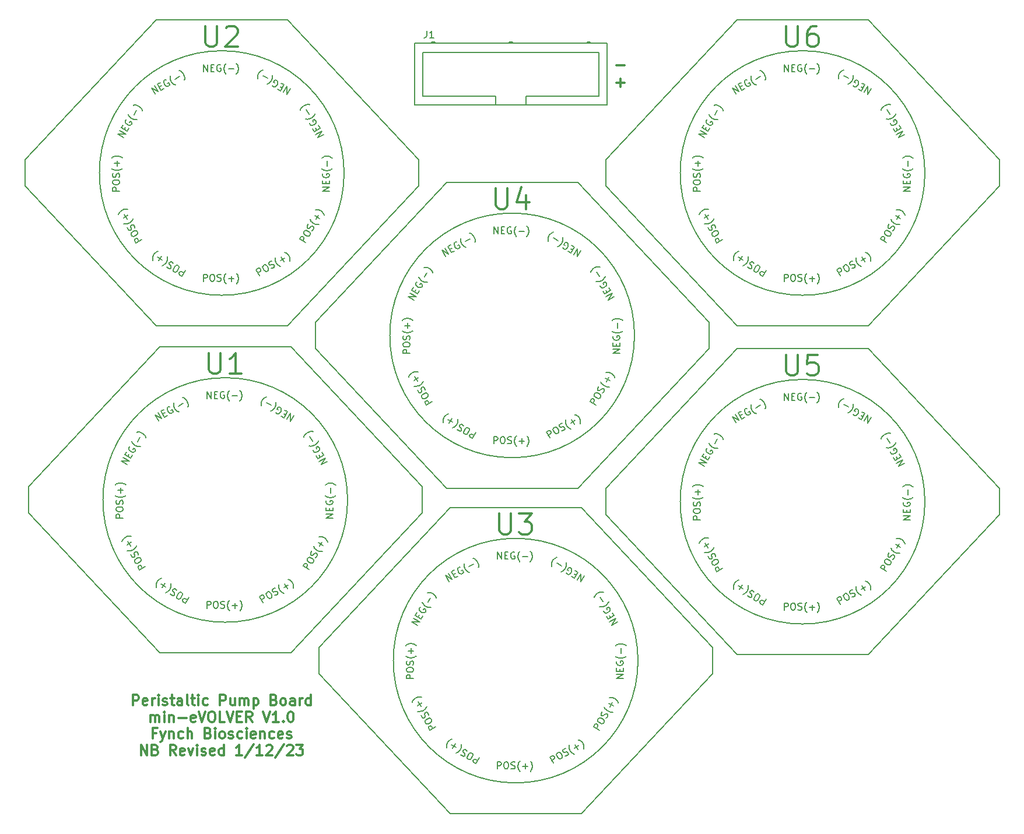
<source format=gbr>
%TF.GenerationSoftware,KiCad,Pcbnew,(6.0.10)*%
%TF.CreationDate,2023-01-12T16:06:26-05:00*%
%TF.ProjectId,pump_board,70756d70-5f62-46f6-9172-642e6b696361,rev?*%
%TF.SameCoordinates,Original*%
%TF.FileFunction,Legend,Top*%
%TF.FilePolarity,Positive*%
%FSLAX46Y46*%
G04 Gerber Fmt 4.6, Leading zero omitted, Abs format (unit mm)*
G04 Created by KiCad (PCBNEW (6.0.10)) date 2023-01-12 16:06:26*
%MOMM*%
%LPD*%
G01*
G04 APERTURE LIST*
%ADD10C,0.300000*%
%ADD11C,0.150000*%
G04 APERTURE END LIST*
D10*
X51115142Y-186540071D02*
X51115142Y-185040071D01*
X51686571Y-185040071D01*
X51829428Y-185111500D01*
X51900857Y-185182928D01*
X51972285Y-185325785D01*
X51972285Y-185540071D01*
X51900857Y-185682928D01*
X51829428Y-185754357D01*
X51686571Y-185825785D01*
X51115142Y-185825785D01*
X53186571Y-186468642D02*
X53043714Y-186540071D01*
X52758000Y-186540071D01*
X52615142Y-186468642D01*
X52543714Y-186325785D01*
X52543714Y-185754357D01*
X52615142Y-185611500D01*
X52758000Y-185540071D01*
X53043714Y-185540071D01*
X53186571Y-185611500D01*
X53258000Y-185754357D01*
X53258000Y-185897214D01*
X52543714Y-186040071D01*
X53900857Y-186540071D02*
X53900857Y-185540071D01*
X53900857Y-185825785D02*
X53972285Y-185682928D01*
X54043714Y-185611500D01*
X54186571Y-185540071D01*
X54329428Y-185540071D01*
X54829428Y-186540071D02*
X54829428Y-185540071D01*
X54829428Y-185040071D02*
X54758000Y-185111500D01*
X54829428Y-185182928D01*
X54900857Y-185111500D01*
X54829428Y-185040071D01*
X54829428Y-185182928D01*
X55472285Y-186468642D02*
X55615142Y-186540071D01*
X55900857Y-186540071D01*
X56043714Y-186468642D01*
X56115142Y-186325785D01*
X56115142Y-186254357D01*
X56043714Y-186111500D01*
X55900857Y-186040071D01*
X55686571Y-186040071D01*
X55543714Y-185968642D01*
X55472285Y-185825785D01*
X55472285Y-185754357D01*
X55543714Y-185611500D01*
X55686571Y-185540071D01*
X55900857Y-185540071D01*
X56043714Y-185611500D01*
X56543714Y-185540071D02*
X57115142Y-185540071D01*
X56758000Y-185040071D02*
X56758000Y-186325785D01*
X56829428Y-186468642D01*
X56972285Y-186540071D01*
X57115142Y-186540071D01*
X58258000Y-186540071D02*
X58258000Y-185754357D01*
X58186571Y-185611500D01*
X58043714Y-185540071D01*
X57758000Y-185540071D01*
X57615142Y-185611500D01*
X58258000Y-186468642D02*
X58115142Y-186540071D01*
X57758000Y-186540071D01*
X57615142Y-186468642D01*
X57543714Y-186325785D01*
X57543714Y-186182928D01*
X57615142Y-186040071D01*
X57758000Y-185968642D01*
X58115142Y-185968642D01*
X58258000Y-185897214D01*
X59186571Y-186540071D02*
X59043714Y-186468642D01*
X58972285Y-186325785D01*
X58972285Y-185040071D01*
X59543714Y-185540071D02*
X60115142Y-185540071D01*
X59758000Y-185040071D02*
X59758000Y-186325785D01*
X59829428Y-186468642D01*
X59972285Y-186540071D01*
X60115142Y-186540071D01*
X60615142Y-186540071D02*
X60615142Y-185540071D01*
X60615142Y-185040071D02*
X60543714Y-185111500D01*
X60615142Y-185182928D01*
X60686571Y-185111500D01*
X60615142Y-185040071D01*
X60615142Y-185182928D01*
X61972285Y-186468642D02*
X61829428Y-186540071D01*
X61543714Y-186540071D01*
X61400857Y-186468642D01*
X61329428Y-186397214D01*
X61258000Y-186254357D01*
X61258000Y-185825785D01*
X61329428Y-185682928D01*
X61400857Y-185611500D01*
X61543714Y-185540071D01*
X61829428Y-185540071D01*
X61972285Y-185611500D01*
X63758000Y-186540071D02*
X63758000Y-185040071D01*
X64329428Y-185040071D01*
X64472285Y-185111500D01*
X64543714Y-185182928D01*
X64615142Y-185325785D01*
X64615142Y-185540071D01*
X64543714Y-185682928D01*
X64472285Y-185754357D01*
X64329428Y-185825785D01*
X63758000Y-185825785D01*
X65900857Y-185540071D02*
X65900857Y-186540071D01*
X65258000Y-185540071D02*
X65258000Y-186325785D01*
X65329428Y-186468642D01*
X65472285Y-186540071D01*
X65686571Y-186540071D01*
X65829428Y-186468642D01*
X65900857Y-186397214D01*
X66615142Y-186540071D02*
X66615142Y-185540071D01*
X66615142Y-185682928D02*
X66686571Y-185611500D01*
X66829428Y-185540071D01*
X67043714Y-185540071D01*
X67186571Y-185611500D01*
X67258000Y-185754357D01*
X67258000Y-186540071D01*
X67258000Y-185754357D02*
X67329428Y-185611500D01*
X67472285Y-185540071D01*
X67686571Y-185540071D01*
X67829428Y-185611500D01*
X67900857Y-185754357D01*
X67900857Y-186540071D01*
X68615142Y-185540071D02*
X68615142Y-187040071D01*
X68615142Y-185611500D02*
X68758000Y-185540071D01*
X69043714Y-185540071D01*
X69186571Y-185611500D01*
X69258000Y-185682928D01*
X69329428Y-185825785D01*
X69329428Y-186254357D01*
X69258000Y-186397214D01*
X69186571Y-186468642D01*
X69043714Y-186540071D01*
X68758000Y-186540071D01*
X68615142Y-186468642D01*
X71615142Y-185754357D02*
X71829428Y-185825785D01*
X71900857Y-185897214D01*
X71972285Y-186040071D01*
X71972285Y-186254357D01*
X71900857Y-186397214D01*
X71829428Y-186468642D01*
X71686571Y-186540071D01*
X71115142Y-186540071D01*
X71115142Y-185040071D01*
X71615142Y-185040071D01*
X71758000Y-185111500D01*
X71829428Y-185182928D01*
X71900857Y-185325785D01*
X71900857Y-185468642D01*
X71829428Y-185611500D01*
X71758000Y-185682928D01*
X71615142Y-185754357D01*
X71115142Y-185754357D01*
X72829428Y-186540071D02*
X72686571Y-186468642D01*
X72615142Y-186397214D01*
X72543714Y-186254357D01*
X72543714Y-185825785D01*
X72615142Y-185682928D01*
X72686571Y-185611500D01*
X72829428Y-185540071D01*
X73043714Y-185540071D01*
X73186571Y-185611500D01*
X73258000Y-185682928D01*
X73329428Y-185825785D01*
X73329428Y-186254357D01*
X73258000Y-186397214D01*
X73186571Y-186468642D01*
X73043714Y-186540071D01*
X72829428Y-186540071D01*
X74615142Y-186540071D02*
X74615142Y-185754357D01*
X74543714Y-185611500D01*
X74400857Y-185540071D01*
X74115142Y-185540071D01*
X73972285Y-185611500D01*
X74615142Y-186468642D02*
X74472285Y-186540071D01*
X74115142Y-186540071D01*
X73972285Y-186468642D01*
X73900857Y-186325785D01*
X73900857Y-186182928D01*
X73972285Y-186040071D01*
X74115142Y-185968642D01*
X74472285Y-185968642D01*
X74615142Y-185897214D01*
X75329428Y-186540071D02*
X75329428Y-185540071D01*
X75329428Y-185825785D02*
X75400857Y-185682928D01*
X75472285Y-185611500D01*
X75615142Y-185540071D01*
X75758000Y-185540071D01*
X76900857Y-186540071D02*
X76900857Y-185040071D01*
X76900857Y-186468642D02*
X76758000Y-186540071D01*
X76472285Y-186540071D01*
X76329428Y-186468642D01*
X76258000Y-186397214D01*
X76186571Y-186254357D01*
X76186571Y-185825785D01*
X76258000Y-185682928D01*
X76329428Y-185611500D01*
X76472285Y-185540071D01*
X76758000Y-185540071D01*
X76900857Y-185611500D01*
X53650857Y-188955071D02*
X53650857Y-187955071D01*
X53650857Y-188097928D02*
X53722285Y-188026500D01*
X53865142Y-187955071D01*
X54079428Y-187955071D01*
X54222285Y-188026500D01*
X54293714Y-188169357D01*
X54293714Y-188955071D01*
X54293714Y-188169357D02*
X54365142Y-188026500D01*
X54508000Y-187955071D01*
X54722285Y-187955071D01*
X54865142Y-188026500D01*
X54936571Y-188169357D01*
X54936571Y-188955071D01*
X55650857Y-188955071D02*
X55650857Y-187955071D01*
X55650857Y-187455071D02*
X55579428Y-187526500D01*
X55650857Y-187597928D01*
X55722285Y-187526500D01*
X55650857Y-187455071D01*
X55650857Y-187597928D01*
X56365142Y-187955071D02*
X56365142Y-188955071D01*
X56365142Y-188097928D02*
X56436571Y-188026500D01*
X56579428Y-187955071D01*
X56793714Y-187955071D01*
X56936571Y-188026500D01*
X57008000Y-188169357D01*
X57008000Y-188955071D01*
X57722285Y-188383642D02*
X58865142Y-188383642D01*
X60150857Y-188883642D02*
X60008000Y-188955071D01*
X59722285Y-188955071D01*
X59579428Y-188883642D01*
X59508000Y-188740785D01*
X59508000Y-188169357D01*
X59579428Y-188026500D01*
X59722285Y-187955071D01*
X60008000Y-187955071D01*
X60150857Y-188026500D01*
X60222285Y-188169357D01*
X60222285Y-188312214D01*
X59508000Y-188455071D01*
X60650857Y-187455071D02*
X61150857Y-188955071D01*
X61650857Y-187455071D01*
X62436571Y-187455071D02*
X62722285Y-187455071D01*
X62865142Y-187526500D01*
X63008000Y-187669357D01*
X63079428Y-187955071D01*
X63079428Y-188455071D01*
X63008000Y-188740785D01*
X62865142Y-188883642D01*
X62722285Y-188955071D01*
X62436571Y-188955071D01*
X62293714Y-188883642D01*
X62150857Y-188740785D01*
X62079428Y-188455071D01*
X62079428Y-187955071D01*
X62150857Y-187669357D01*
X62293714Y-187526500D01*
X62436571Y-187455071D01*
X64436571Y-188955071D02*
X63722285Y-188955071D01*
X63722285Y-187455071D01*
X64722285Y-187455071D02*
X65222285Y-188955071D01*
X65722285Y-187455071D01*
X66222285Y-188169357D02*
X66722285Y-188169357D01*
X66936571Y-188955071D02*
X66222285Y-188955071D01*
X66222285Y-187455071D01*
X66936571Y-187455071D01*
X68436571Y-188955071D02*
X67936571Y-188240785D01*
X67579428Y-188955071D02*
X67579428Y-187455071D01*
X68150857Y-187455071D01*
X68293714Y-187526500D01*
X68365142Y-187597928D01*
X68436571Y-187740785D01*
X68436571Y-187955071D01*
X68365142Y-188097928D01*
X68293714Y-188169357D01*
X68150857Y-188240785D01*
X67579428Y-188240785D01*
X70008000Y-187455071D02*
X70508000Y-188955071D01*
X71008000Y-187455071D01*
X72293714Y-188955071D02*
X71436571Y-188955071D01*
X71865142Y-188955071D02*
X71865142Y-187455071D01*
X71722285Y-187669357D01*
X71579428Y-187812214D01*
X71436571Y-187883642D01*
X72936571Y-188812214D02*
X73008000Y-188883642D01*
X72936571Y-188955071D01*
X72865142Y-188883642D01*
X72936571Y-188812214D01*
X72936571Y-188955071D01*
X73936571Y-187455071D02*
X74079428Y-187455071D01*
X74222285Y-187526500D01*
X74293714Y-187597928D01*
X74365142Y-187740785D01*
X74436571Y-188026500D01*
X74436571Y-188383642D01*
X74365142Y-188669357D01*
X74293714Y-188812214D01*
X74222285Y-188883642D01*
X74079428Y-188955071D01*
X73936571Y-188955071D01*
X73793714Y-188883642D01*
X73722285Y-188812214D01*
X73650857Y-188669357D01*
X73579428Y-188383642D01*
X73579428Y-188026500D01*
X73650857Y-187740785D01*
X73722285Y-187597928D01*
X73793714Y-187526500D01*
X73936571Y-187455071D01*
X54472285Y-190584357D02*
X53972285Y-190584357D01*
X53972285Y-191370071D02*
X53972285Y-189870071D01*
X54686571Y-189870071D01*
X55115142Y-190370071D02*
X55472285Y-191370071D01*
X55829428Y-190370071D02*
X55472285Y-191370071D01*
X55329428Y-191727214D01*
X55257999Y-191798642D01*
X55115142Y-191870071D01*
X56400857Y-190370071D02*
X56400857Y-191370071D01*
X56400857Y-190512928D02*
X56472285Y-190441500D01*
X56615142Y-190370071D01*
X56829428Y-190370071D01*
X56972285Y-190441500D01*
X57043714Y-190584357D01*
X57043714Y-191370071D01*
X58400857Y-191298642D02*
X58257999Y-191370071D01*
X57972285Y-191370071D01*
X57829428Y-191298642D01*
X57757999Y-191227214D01*
X57686571Y-191084357D01*
X57686571Y-190655785D01*
X57757999Y-190512928D01*
X57829428Y-190441500D01*
X57972285Y-190370071D01*
X58257999Y-190370071D01*
X58400857Y-190441500D01*
X59043714Y-191370071D02*
X59043714Y-189870071D01*
X59686571Y-191370071D02*
X59686571Y-190584357D01*
X59615142Y-190441500D01*
X59472285Y-190370071D01*
X59257999Y-190370071D01*
X59115142Y-190441500D01*
X59043714Y-190512928D01*
X62043714Y-190584357D02*
X62257999Y-190655785D01*
X62329428Y-190727214D01*
X62400857Y-190870071D01*
X62400857Y-191084357D01*
X62329428Y-191227214D01*
X62257999Y-191298642D01*
X62115142Y-191370071D01*
X61543714Y-191370071D01*
X61543714Y-189870071D01*
X62043714Y-189870071D01*
X62186571Y-189941500D01*
X62257999Y-190012928D01*
X62329428Y-190155785D01*
X62329428Y-190298642D01*
X62257999Y-190441500D01*
X62186571Y-190512928D01*
X62043714Y-190584357D01*
X61543714Y-190584357D01*
X63043714Y-191370071D02*
X63043714Y-190370071D01*
X63043714Y-189870071D02*
X62972285Y-189941500D01*
X63043714Y-190012928D01*
X63115142Y-189941500D01*
X63043714Y-189870071D01*
X63043714Y-190012928D01*
X63972285Y-191370071D02*
X63829428Y-191298642D01*
X63757999Y-191227214D01*
X63686571Y-191084357D01*
X63686571Y-190655785D01*
X63757999Y-190512928D01*
X63829428Y-190441500D01*
X63972285Y-190370071D01*
X64186571Y-190370071D01*
X64329428Y-190441500D01*
X64400857Y-190512928D01*
X64472285Y-190655785D01*
X64472285Y-191084357D01*
X64400857Y-191227214D01*
X64329428Y-191298642D01*
X64186571Y-191370071D01*
X63972285Y-191370071D01*
X65043714Y-191298642D02*
X65186571Y-191370071D01*
X65472285Y-191370071D01*
X65615142Y-191298642D01*
X65686571Y-191155785D01*
X65686571Y-191084357D01*
X65615142Y-190941500D01*
X65472285Y-190870071D01*
X65257999Y-190870071D01*
X65115142Y-190798642D01*
X65043714Y-190655785D01*
X65043714Y-190584357D01*
X65115142Y-190441500D01*
X65257999Y-190370071D01*
X65472285Y-190370071D01*
X65615142Y-190441500D01*
X66972285Y-191298642D02*
X66829428Y-191370071D01*
X66543714Y-191370071D01*
X66400857Y-191298642D01*
X66329428Y-191227214D01*
X66257999Y-191084357D01*
X66257999Y-190655785D01*
X66329428Y-190512928D01*
X66400857Y-190441500D01*
X66543714Y-190370071D01*
X66829428Y-190370071D01*
X66972285Y-190441500D01*
X67615142Y-191370071D02*
X67615142Y-190370071D01*
X67615142Y-189870071D02*
X67543714Y-189941500D01*
X67615142Y-190012928D01*
X67686571Y-189941500D01*
X67615142Y-189870071D01*
X67615142Y-190012928D01*
X68900857Y-191298642D02*
X68758000Y-191370071D01*
X68472285Y-191370071D01*
X68329428Y-191298642D01*
X68258000Y-191155785D01*
X68258000Y-190584357D01*
X68329428Y-190441500D01*
X68472285Y-190370071D01*
X68758000Y-190370071D01*
X68900857Y-190441500D01*
X68972285Y-190584357D01*
X68972285Y-190727214D01*
X68258000Y-190870071D01*
X69615142Y-190370071D02*
X69615142Y-191370071D01*
X69615142Y-190512928D02*
X69686571Y-190441500D01*
X69829428Y-190370071D01*
X70043714Y-190370071D01*
X70186571Y-190441500D01*
X70258000Y-190584357D01*
X70258000Y-191370071D01*
X71615142Y-191298642D02*
X71472285Y-191370071D01*
X71186571Y-191370071D01*
X71043714Y-191298642D01*
X70972285Y-191227214D01*
X70900857Y-191084357D01*
X70900857Y-190655785D01*
X70972285Y-190512928D01*
X71043714Y-190441500D01*
X71186571Y-190370071D01*
X71472285Y-190370071D01*
X71615142Y-190441500D01*
X72829428Y-191298642D02*
X72686571Y-191370071D01*
X72400857Y-191370071D01*
X72258000Y-191298642D01*
X72186571Y-191155785D01*
X72186571Y-190584357D01*
X72258000Y-190441500D01*
X72400857Y-190370071D01*
X72686571Y-190370071D01*
X72829428Y-190441500D01*
X72900857Y-190584357D01*
X72900857Y-190727214D01*
X72186571Y-190870071D01*
X73472285Y-191298642D02*
X73615142Y-191370071D01*
X73900857Y-191370071D01*
X74043714Y-191298642D01*
X74115142Y-191155785D01*
X74115142Y-191084357D01*
X74043714Y-190941500D01*
X73900857Y-190870071D01*
X73686571Y-190870071D01*
X73543714Y-190798642D01*
X73472285Y-190655785D01*
X73472285Y-190584357D01*
X73543714Y-190441500D01*
X73686571Y-190370071D01*
X73900857Y-190370071D01*
X74043714Y-190441500D01*
X52293714Y-193785071D02*
X52293714Y-192285071D01*
X53150857Y-193785071D01*
X53150857Y-192285071D01*
X54365142Y-192999357D02*
X54579428Y-193070785D01*
X54650857Y-193142214D01*
X54722285Y-193285071D01*
X54722285Y-193499357D01*
X54650857Y-193642214D01*
X54579428Y-193713642D01*
X54436571Y-193785071D01*
X53865142Y-193785071D01*
X53865142Y-192285071D01*
X54365142Y-192285071D01*
X54508000Y-192356500D01*
X54579428Y-192427928D01*
X54650857Y-192570785D01*
X54650857Y-192713642D01*
X54579428Y-192856500D01*
X54508000Y-192927928D01*
X54365142Y-192999357D01*
X53865142Y-192999357D01*
X57365142Y-193785071D02*
X56865142Y-193070785D01*
X56508000Y-193785071D02*
X56508000Y-192285071D01*
X57079428Y-192285071D01*
X57222285Y-192356500D01*
X57293714Y-192427928D01*
X57365142Y-192570785D01*
X57365142Y-192785071D01*
X57293714Y-192927928D01*
X57222285Y-192999357D01*
X57079428Y-193070785D01*
X56508000Y-193070785D01*
X58579428Y-193713642D02*
X58436571Y-193785071D01*
X58150857Y-193785071D01*
X58008000Y-193713642D01*
X57936571Y-193570785D01*
X57936571Y-192999357D01*
X58008000Y-192856500D01*
X58150857Y-192785071D01*
X58436571Y-192785071D01*
X58579428Y-192856500D01*
X58650857Y-192999357D01*
X58650857Y-193142214D01*
X57936571Y-193285071D01*
X59150857Y-192785071D02*
X59508000Y-193785071D01*
X59865142Y-192785071D01*
X60436571Y-193785071D02*
X60436571Y-192785071D01*
X60436571Y-192285071D02*
X60365142Y-192356500D01*
X60436571Y-192427928D01*
X60508000Y-192356500D01*
X60436571Y-192285071D01*
X60436571Y-192427928D01*
X61079428Y-193713642D02*
X61222285Y-193785071D01*
X61508000Y-193785071D01*
X61650857Y-193713642D01*
X61722285Y-193570785D01*
X61722285Y-193499357D01*
X61650857Y-193356500D01*
X61508000Y-193285071D01*
X61293714Y-193285071D01*
X61150857Y-193213642D01*
X61079428Y-193070785D01*
X61079428Y-192999357D01*
X61150857Y-192856500D01*
X61293714Y-192785071D01*
X61508000Y-192785071D01*
X61650857Y-192856500D01*
X62936571Y-193713642D02*
X62793714Y-193785071D01*
X62508000Y-193785071D01*
X62365142Y-193713642D01*
X62293714Y-193570785D01*
X62293714Y-192999357D01*
X62365142Y-192856500D01*
X62508000Y-192785071D01*
X62793714Y-192785071D01*
X62936571Y-192856500D01*
X63008000Y-192999357D01*
X63008000Y-193142214D01*
X62293714Y-193285071D01*
X64293714Y-193785071D02*
X64293714Y-192285071D01*
X64293714Y-193713642D02*
X64150857Y-193785071D01*
X63865142Y-193785071D01*
X63722285Y-193713642D01*
X63650857Y-193642214D01*
X63579428Y-193499357D01*
X63579428Y-193070785D01*
X63650857Y-192927928D01*
X63722285Y-192856500D01*
X63865142Y-192785071D01*
X64150857Y-192785071D01*
X64293714Y-192856500D01*
X66936571Y-193785071D02*
X66079428Y-193785071D01*
X66508000Y-193785071D02*
X66508000Y-192285071D01*
X66365142Y-192499357D01*
X66222285Y-192642214D01*
X66079428Y-192713642D01*
X68650857Y-192213642D02*
X67365142Y-194142214D01*
X69936571Y-193785071D02*
X69079428Y-193785071D01*
X69508000Y-193785071D02*
X69508000Y-192285071D01*
X69365142Y-192499357D01*
X69222285Y-192642214D01*
X69079428Y-192713642D01*
X70508000Y-192427928D02*
X70579428Y-192356500D01*
X70722285Y-192285071D01*
X71079428Y-192285071D01*
X71222285Y-192356500D01*
X71293714Y-192427928D01*
X71365142Y-192570785D01*
X71365142Y-192713642D01*
X71293714Y-192927928D01*
X70436571Y-193785071D01*
X71365142Y-193785071D01*
X73079428Y-192213642D02*
X71793714Y-194142214D01*
X73508000Y-192427928D02*
X73579428Y-192356500D01*
X73722285Y-192285071D01*
X74079428Y-192285071D01*
X74222285Y-192356500D01*
X74293714Y-192427928D01*
X74365142Y-192570785D01*
X74365142Y-192713642D01*
X74293714Y-192927928D01*
X73436571Y-193785071D01*
X74365142Y-193785071D01*
X74865142Y-192285071D02*
X75793714Y-192285071D01*
X75293714Y-192856500D01*
X75508000Y-192856500D01*
X75650857Y-192927928D01*
X75722285Y-192999357D01*
X75793714Y-193142214D01*
X75793714Y-193499357D01*
X75722285Y-193642214D01*
X75650857Y-193713642D01*
X75508000Y-193785071D01*
X75079428Y-193785071D01*
X74936571Y-193713642D01*
X74865142Y-193642214D01*
X122491428Y-93579142D02*
X121348571Y-93579142D01*
X122491428Y-96119142D02*
X121348571Y-96119142D01*
X121920000Y-96690571D02*
X121920000Y-95547714D01*
%TO.C,U5*%
X145959285Y-135611142D02*
X145959285Y-138039714D01*
X146102142Y-138325428D01*
X146245000Y-138468285D01*
X146530714Y-138611142D01*
X147102142Y-138611142D01*
X147387857Y-138468285D01*
X147530714Y-138325428D01*
X147673571Y-138039714D01*
X147673571Y-135611142D01*
X150530714Y-135611142D02*
X149102142Y-135611142D01*
X148959285Y-137039714D01*
X149102142Y-136896857D01*
X149387857Y-136754000D01*
X150102142Y-136754000D01*
X150387857Y-136896857D01*
X150530714Y-137039714D01*
X150673571Y-137325428D01*
X150673571Y-138039714D01*
X150530714Y-138325428D01*
X150387857Y-138468285D01*
X150102142Y-138611142D01*
X149387857Y-138611142D01*
X149102142Y-138468285D01*
X148959285Y-138325428D01*
D11*
X133503478Y-159597237D02*
X132503478Y-159597237D01*
X132503478Y-159216284D01*
X132551098Y-159121046D01*
X132598717Y-159073427D01*
X132693955Y-159025808D01*
X132836812Y-159025808D01*
X132932050Y-159073427D01*
X132979669Y-159121046D01*
X133027288Y-159216284D01*
X133027288Y-159597237D01*
X132503478Y-158406760D02*
X132503478Y-158216284D01*
X132551098Y-158121046D01*
X132646336Y-158025808D01*
X132836812Y-157978189D01*
X133170145Y-157978189D01*
X133360621Y-158025808D01*
X133455859Y-158121046D01*
X133503478Y-158216284D01*
X133503478Y-158406760D01*
X133455859Y-158501998D01*
X133360621Y-158597237D01*
X133170145Y-158644856D01*
X132836812Y-158644856D01*
X132646336Y-158597237D01*
X132551098Y-158501998D01*
X132503478Y-158406760D01*
X133455859Y-157597237D02*
X133503478Y-157454379D01*
X133503478Y-157216284D01*
X133455859Y-157121046D01*
X133408240Y-157073427D01*
X133313002Y-157025808D01*
X133217764Y-157025808D01*
X133122526Y-157073427D01*
X133074907Y-157121046D01*
X133027288Y-157216284D01*
X132979669Y-157406760D01*
X132932050Y-157501998D01*
X132884431Y-157549618D01*
X132789193Y-157597237D01*
X132693955Y-157597237D01*
X132598717Y-157549618D01*
X132551098Y-157501998D01*
X132503478Y-157406760D01*
X132503478Y-157168665D01*
X132551098Y-157025808D01*
X133884431Y-156311522D02*
X133836812Y-156359141D01*
X133693955Y-156454379D01*
X133598717Y-156501998D01*
X133455859Y-156549618D01*
X133217764Y-156597237D01*
X133027288Y-156597237D01*
X132789193Y-156549618D01*
X132646336Y-156501998D01*
X132551098Y-156454379D01*
X132408240Y-156359141D01*
X132360621Y-156311522D01*
X133122526Y-155930570D02*
X133122526Y-155168665D01*
X133503478Y-155549618D02*
X132741574Y-155549618D01*
X133884431Y-154787713D02*
X133836812Y-154740094D01*
X133693955Y-154644856D01*
X133598717Y-154597237D01*
X133455859Y-154549618D01*
X133217764Y-154501998D01*
X133027288Y-154501998D01*
X132789193Y-154549618D01*
X132646336Y-154597237D01*
X132551098Y-154644856D01*
X132408240Y-154740094D01*
X132360621Y-154787713D01*
X143069662Y-171085783D02*
X142569662Y-171951808D01*
X142239747Y-171761332D01*
X142181078Y-171672473D01*
X142163648Y-171607425D01*
X142170028Y-171501137D01*
X142241457Y-171377419D01*
X142330315Y-171318750D01*
X142395364Y-171301320D01*
X142501652Y-171307699D01*
X142831567Y-171498176D01*
X141538679Y-171356570D02*
X141373722Y-171261332D01*
X141315053Y-171172473D01*
X141280193Y-171042376D01*
X141334192Y-170853609D01*
X141500859Y-170564934D01*
X141637336Y-170423786D01*
X141767434Y-170388927D01*
X141873722Y-170395306D01*
X142038679Y-170490545D01*
X142097348Y-170579403D01*
X142132208Y-170709501D01*
X142078209Y-170898267D01*
X141911542Y-171186942D01*
X141775065Y-171328090D01*
X141644967Y-171362950D01*
X141538679Y-171356570D01*
X141313801Y-170127022D02*
X141213893Y-170014354D01*
X141007697Y-169895306D01*
X140901408Y-169888927D01*
X140836360Y-169906356D01*
X140747501Y-169965026D01*
X140699882Y-170047504D01*
X140693502Y-170153792D01*
X140710932Y-170218841D01*
X140769601Y-170307699D01*
X140910749Y-170444177D01*
X140969418Y-170533035D01*
X140986848Y-170598084D01*
X140980468Y-170704372D01*
X140932849Y-170786851D01*
X140843991Y-170845520D01*
X140778942Y-170862950D01*
X140672654Y-170856570D01*
X140466457Y-170737522D01*
X140366549Y-170624854D01*
X140414626Y-169113011D02*
X140432056Y-169178060D01*
X140443106Y-169349397D01*
X140436726Y-169455685D01*
X140406537Y-169603212D01*
X140328728Y-169833218D01*
X140233490Y-169998176D01*
X140073203Y-170180563D01*
X139960536Y-170280471D01*
X139871677Y-170339140D01*
X139717770Y-170415239D01*
X139652721Y-170432669D01*
X139703759Y-169582364D02*
X139043930Y-169201411D01*
X139564321Y-169061973D02*
X139183368Y-169721802D01*
X139094968Y-168351106D02*
X139029919Y-168368536D01*
X138876012Y-168444635D01*
X138787154Y-168503304D01*
X138674486Y-168603212D01*
X138514199Y-168785599D01*
X138418961Y-168950557D01*
X138341153Y-169180563D01*
X138310963Y-169328090D01*
X138304584Y-169434378D01*
X138315634Y-169605715D01*
X138333063Y-169670764D01*
X163983478Y-159573428D02*
X162983478Y-159573428D01*
X163983478Y-159001999D01*
X162983478Y-159001999D01*
X163459669Y-158525809D02*
X163459669Y-158192476D01*
X163983478Y-158049619D02*
X163983478Y-158525809D01*
X162983478Y-158525809D01*
X162983478Y-158049619D01*
X163031098Y-157097238D02*
X162983478Y-157192476D01*
X162983478Y-157335333D01*
X163031098Y-157478190D01*
X163126336Y-157573428D01*
X163221574Y-157621047D01*
X163412050Y-157668666D01*
X163554907Y-157668666D01*
X163745383Y-157621047D01*
X163840621Y-157573428D01*
X163935859Y-157478190D01*
X163983478Y-157335333D01*
X163983478Y-157240095D01*
X163935859Y-157097238D01*
X163888240Y-157049619D01*
X163554907Y-157049619D01*
X163554907Y-157240095D01*
X164364431Y-156335333D02*
X164316812Y-156382952D01*
X164173955Y-156478190D01*
X164078717Y-156525809D01*
X163935859Y-156573428D01*
X163697764Y-156621047D01*
X163507288Y-156621047D01*
X163269193Y-156573428D01*
X163126336Y-156525809D01*
X163031098Y-156478190D01*
X162888240Y-156382952D01*
X162840621Y-156335333D01*
X163602526Y-155954380D02*
X163602526Y-155192476D01*
X164364431Y-154811523D02*
X164316812Y-154763904D01*
X164173955Y-154668666D01*
X164078717Y-154621047D01*
X163935859Y-154573428D01*
X163697764Y-154525809D01*
X163507288Y-154525809D01*
X163269193Y-154573428D01*
X163126336Y-154621047D01*
X163031098Y-154668666D01*
X162888240Y-154763904D01*
X162840621Y-154811523D01*
X160500702Y-167082267D02*
X159634677Y-166582267D01*
X159825153Y-166252352D01*
X159914012Y-166193683D01*
X159979060Y-166176253D01*
X160085348Y-166182633D01*
X160209066Y-166254062D01*
X160267735Y-166342920D01*
X160285165Y-166407969D01*
X160278786Y-166514257D01*
X160088309Y-166844172D01*
X160229915Y-165551284D02*
X160325153Y-165386327D01*
X160414012Y-165327658D01*
X160544109Y-165292798D01*
X160732876Y-165346797D01*
X161021551Y-165513464D01*
X161162699Y-165649941D01*
X161197558Y-165780039D01*
X161191179Y-165886327D01*
X161095940Y-166051284D01*
X161007082Y-166109953D01*
X160876984Y-166144813D01*
X160688218Y-166090814D01*
X160399543Y-165924147D01*
X160258395Y-165787670D01*
X160223535Y-165657572D01*
X160229915Y-165551284D01*
X161459463Y-165326406D02*
X161572131Y-165226498D01*
X161691179Y-165020302D01*
X161697558Y-164914013D01*
X161680129Y-164848965D01*
X161621459Y-164760106D01*
X161538981Y-164712487D01*
X161432693Y-164706107D01*
X161367644Y-164723537D01*
X161278786Y-164782206D01*
X161142308Y-164923354D01*
X161053450Y-164982023D01*
X160988401Y-164999453D01*
X160882113Y-164993073D01*
X160799634Y-164945454D01*
X160740965Y-164856596D01*
X160723535Y-164791547D01*
X160729915Y-164685259D01*
X160848963Y-164479062D01*
X160961631Y-164379154D01*
X162473474Y-164427231D02*
X162408425Y-164444661D01*
X162237088Y-164455711D01*
X162130800Y-164449331D01*
X161983273Y-164419142D01*
X161753267Y-164341333D01*
X161588309Y-164246095D01*
X161405922Y-164085808D01*
X161306014Y-163973141D01*
X161247345Y-163884282D01*
X161171246Y-163730375D01*
X161153816Y-163665326D01*
X162004121Y-163716364D02*
X162385074Y-163056535D01*
X162524512Y-163576926D02*
X161864683Y-163195973D01*
X163235379Y-163107573D02*
X163217949Y-163042524D01*
X163141850Y-162888617D01*
X163083181Y-162799759D01*
X162983273Y-162687091D01*
X162800886Y-162526804D01*
X162635928Y-162431566D01*
X162405922Y-162353758D01*
X162258395Y-162323568D01*
X162152107Y-162317189D01*
X161980770Y-162328239D01*
X161915721Y-162345668D01*
X158289043Y-144677424D02*
X157789043Y-145543449D01*
X157794171Y-144391710D01*
X157294171Y-145257735D01*
X157119874Y-144607247D02*
X156831199Y-144440580D01*
X156969385Y-143915519D02*
X157381778Y-144153614D01*
X156881778Y-145019640D01*
X156469385Y-144781545D01*
X155668409Y-144264115D02*
X155727078Y-144352973D01*
X155850796Y-144424402D01*
X155998323Y-144454591D01*
X156128421Y-144419731D01*
X156217279Y-144361062D01*
X156353757Y-144219915D01*
X156425185Y-144096197D01*
X156479184Y-143907430D01*
X156485564Y-143801142D01*
X156450704Y-143671044D01*
X156350796Y-143558376D01*
X156268317Y-143510757D01*
X156120790Y-143480568D01*
X156055741Y-143497998D01*
X155889074Y-143786673D01*
X156054031Y-143881911D01*
X155675247Y-142728462D02*
X155692676Y-142793511D01*
X155703726Y-142964848D01*
X155697347Y-143071136D01*
X155667157Y-143218663D01*
X155589349Y-143448669D01*
X155494111Y-143613626D01*
X155333824Y-143796013D01*
X155221156Y-143895922D01*
X155132298Y-143954591D01*
X154978391Y-144030690D01*
X154913342Y-144048120D01*
X154964380Y-143197814D02*
X154304551Y-142816862D01*
X154355589Y-141966557D02*
X154290540Y-141983987D01*
X154136633Y-142060086D01*
X154047774Y-142118755D01*
X153935107Y-142218663D01*
X153774820Y-142401050D01*
X153679582Y-142566007D01*
X153601773Y-142796013D01*
X153571584Y-142943541D01*
X153565204Y-143049829D01*
X153576254Y-143221166D01*
X153593684Y-143286215D01*
X145704003Y-142215558D02*
X145704003Y-141215558D01*
X146275432Y-142215558D01*
X146275432Y-141215558D01*
X146751622Y-141691749D02*
X147084955Y-141691749D01*
X147227813Y-142215558D02*
X146751622Y-142215558D01*
X146751622Y-141215558D01*
X147227813Y-141215558D01*
X148180193Y-141263178D02*
X148084955Y-141215558D01*
X147942098Y-141215558D01*
X147799241Y-141263178D01*
X147704003Y-141358416D01*
X147656384Y-141453654D01*
X147608765Y-141644130D01*
X147608765Y-141786987D01*
X147656384Y-141977463D01*
X147704003Y-142072701D01*
X147799241Y-142167939D01*
X147942098Y-142215558D01*
X148037336Y-142215558D01*
X148180193Y-142167939D01*
X148227813Y-142120320D01*
X148227813Y-141786987D01*
X148037336Y-141786987D01*
X148942098Y-142596511D02*
X148894479Y-142548892D01*
X148799241Y-142406035D01*
X148751622Y-142310797D01*
X148704003Y-142167939D01*
X148656384Y-141929844D01*
X148656384Y-141739368D01*
X148704003Y-141501273D01*
X148751622Y-141358416D01*
X148799241Y-141263178D01*
X148894479Y-141120320D01*
X148942098Y-141072701D01*
X149323051Y-141834606D02*
X150084955Y-141834606D01*
X150465908Y-142596511D02*
X150513527Y-142548892D01*
X150608765Y-142406035D01*
X150656384Y-142310797D01*
X150704003Y-142167939D01*
X150751622Y-141929844D01*
X150751622Y-141739368D01*
X150704003Y-141501273D01*
X150656384Y-141358416D01*
X150608765Y-141263178D01*
X150513527Y-141120320D01*
X150465908Y-141072701D01*
X134116152Y-151821646D02*
X133250127Y-151321646D01*
X134401866Y-151326774D01*
X133535841Y-150826774D01*
X134186329Y-150652477D02*
X134352996Y-150363802D01*
X134878057Y-150501988D02*
X134639962Y-150914381D01*
X133773936Y-150414381D01*
X134012031Y-150001988D01*
X134529461Y-149201012D02*
X134440603Y-149259681D01*
X134369174Y-149383399D01*
X134338985Y-149530926D01*
X134373845Y-149661024D01*
X134432514Y-149749882D01*
X134573661Y-149886360D01*
X134697379Y-149957788D01*
X134886146Y-150011787D01*
X134992434Y-150018167D01*
X135122532Y-149983307D01*
X135235200Y-149883399D01*
X135282819Y-149800920D01*
X135313008Y-149653393D01*
X135295578Y-149588344D01*
X135006903Y-149421677D01*
X134911665Y-149586634D01*
X136065114Y-149207850D02*
X136000065Y-149225279D01*
X135828728Y-149236329D01*
X135722440Y-149229950D01*
X135574913Y-149199760D01*
X135344907Y-149121952D01*
X135179950Y-149026714D01*
X134997563Y-148866427D01*
X134897654Y-148753759D01*
X134838985Y-148664901D01*
X134762886Y-148510994D01*
X134745456Y-148445945D01*
X135595762Y-148496983D02*
X135976714Y-147837154D01*
X136827019Y-147888192D02*
X136809589Y-147823143D01*
X136733490Y-147669236D01*
X136674821Y-147580377D01*
X136574913Y-147467710D01*
X136392526Y-147307423D01*
X136227569Y-147212185D01*
X135997563Y-147134376D01*
X135850035Y-147104187D01*
X135743747Y-147097807D01*
X135572410Y-147108857D01*
X135507361Y-147126287D01*
X145680192Y-172695559D02*
X145680192Y-171695559D01*
X146061145Y-171695559D01*
X146156383Y-171743179D01*
X146204002Y-171790798D01*
X146251621Y-171886036D01*
X146251621Y-172028893D01*
X146204002Y-172124131D01*
X146156383Y-172171750D01*
X146061145Y-172219369D01*
X145680192Y-172219369D01*
X146870669Y-171695559D02*
X147061145Y-171695559D01*
X147156383Y-171743179D01*
X147251621Y-171838417D01*
X147299240Y-172028893D01*
X147299240Y-172362226D01*
X147251621Y-172552702D01*
X147156383Y-172647940D01*
X147061145Y-172695559D01*
X146870669Y-172695559D01*
X146775431Y-172647940D01*
X146680192Y-172552702D01*
X146632573Y-172362226D01*
X146632573Y-172028893D01*
X146680192Y-171838417D01*
X146775431Y-171743179D01*
X146870669Y-171695559D01*
X147680192Y-172647940D02*
X147823050Y-172695559D01*
X148061145Y-172695559D01*
X148156383Y-172647940D01*
X148204002Y-172600321D01*
X148251621Y-172505083D01*
X148251621Y-172409845D01*
X148204002Y-172314607D01*
X148156383Y-172266988D01*
X148061145Y-172219369D01*
X147870669Y-172171750D01*
X147775431Y-172124131D01*
X147727812Y-172076512D01*
X147680192Y-171981274D01*
X147680192Y-171886036D01*
X147727812Y-171790798D01*
X147775431Y-171743179D01*
X147870669Y-171695559D01*
X148108764Y-171695559D01*
X148251621Y-171743179D01*
X148965907Y-173076512D02*
X148918288Y-173028893D01*
X148823050Y-172886036D01*
X148775431Y-172790798D01*
X148727812Y-172647940D01*
X148680192Y-172409845D01*
X148680192Y-172219369D01*
X148727812Y-171981274D01*
X148775431Y-171838417D01*
X148823050Y-171743179D01*
X148918288Y-171600321D01*
X148965907Y-171552702D01*
X149346859Y-172314607D02*
X150108764Y-172314607D01*
X149727812Y-172695559D02*
X149727812Y-171933655D01*
X150489716Y-173076512D02*
X150537335Y-173028893D01*
X150632573Y-172886036D01*
X150680192Y-172790798D01*
X150727812Y-172647940D01*
X150775431Y-172409845D01*
X150775431Y-172219369D01*
X150727812Y-171981274D01*
X150680192Y-171838417D01*
X150632573Y-171743179D01*
X150537335Y-171600321D01*
X150489716Y-171552702D01*
X138621725Y-145460970D02*
X138121725Y-144594944D01*
X139116596Y-145175255D01*
X138616596Y-144309230D01*
X139267085Y-144483528D02*
X139555760Y-144316861D01*
X139941383Y-144699065D02*
X139528990Y-144937160D01*
X139028990Y-144071135D01*
X139441383Y-143833039D01*
X140289978Y-143398088D02*
X140183690Y-143404468D01*
X140059972Y-143475897D01*
X139960064Y-143588565D01*
X139925204Y-143718662D01*
X139931584Y-143824950D01*
X139985583Y-144013717D01*
X140057011Y-144137435D01*
X140193489Y-144278583D01*
X140282347Y-144337252D01*
X140412445Y-144372111D01*
X140559972Y-144341922D01*
X140642451Y-144294303D01*
X140742359Y-144181635D01*
X140759789Y-144116586D01*
X140593122Y-143827911D01*
X140428165Y-143923149D01*
X141616474Y-144171836D02*
X141551425Y-144154407D01*
X141397518Y-144078308D01*
X141308659Y-144019639D01*
X141195992Y-143919730D01*
X141035705Y-143737343D01*
X140940466Y-143572386D01*
X140862658Y-143342380D01*
X140832469Y-143194853D01*
X140826089Y-143088565D01*
X140837139Y-142917228D01*
X140854569Y-142852179D01*
X141565436Y-143321531D02*
X142225265Y-142940579D01*
X142936131Y-143409932D02*
X142953561Y-143344883D01*
X142964611Y-143173546D01*
X142958232Y-143067258D01*
X142928042Y-142919730D01*
X142850234Y-142689724D01*
X142754996Y-142524767D01*
X142594709Y-142342380D01*
X142482041Y-142242472D01*
X142393183Y-142183803D01*
X142239276Y-142107704D01*
X142174227Y-142090274D01*
X163130352Y-151362517D02*
X162264326Y-151862517D01*
X162844637Y-150867646D01*
X161978612Y-151367646D01*
X162152910Y-150717157D02*
X161986243Y-150428482D01*
X162368447Y-150042859D02*
X162606542Y-150455252D01*
X161740517Y-150955252D01*
X161502421Y-150542859D01*
X161067470Y-149694264D02*
X161073850Y-149800552D01*
X161145279Y-149924270D01*
X161257947Y-150024178D01*
X161388044Y-150059038D01*
X161494332Y-150052658D01*
X161683099Y-149998659D01*
X161806817Y-149927231D01*
X161947965Y-149790753D01*
X162006634Y-149701895D01*
X162041493Y-149571797D01*
X162011304Y-149424270D01*
X161963685Y-149341791D01*
X161851017Y-149241883D01*
X161785968Y-149224453D01*
X161497293Y-149391120D01*
X161592531Y-149556077D01*
X161841218Y-148367768D02*
X161823789Y-148432817D01*
X161747690Y-148586724D01*
X161689021Y-148675583D01*
X161589112Y-148788250D01*
X161406725Y-148948537D01*
X161241768Y-149043776D01*
X161011762Y-149121584D01*
X160864235Y-149151773D01*
X160757947Y-149158153D01*
X160586610Y-149147103D01*
X160521561Y-149129673D01*
X160990913Y-148418806D02*
X160609961Y-147758977D01*
X161079314Y-147048111D02*
X161014265Y-147030681D01*
X160842928Y-147019631D01*
X160736640Y-147026010D01*
X160589112Y-147056200D01*
X160359106Y-147134008D01*
X160194149Y-147229246D01*
X160011762Y-147389533D01*
X159911854Y-147502201D01*
X159853185Y-147591059D01*
X159777086Y-147744966D01*
X159759656Y-147810015D01*
X153841104Y-171869329D02*
X153341104Y-171003304D01*
X153671019Y-170812828D01*
X153777307Y-170806448D01*
X153842356Y-170823878D01*
X153931214Y-170882547D01*
X154002642Y-171006265D01*
X154009022Y-171112553D01*
X153991592Y-171177602D01*
X153932923Y-171266460D01*
X153603009Y-171456936D01*
X154372087Y-170408066D02*
X154537044Y-170312828D01*
X154643332Y-170306448D01*
X154773430Y-170341308D01*
X154909907Y-170482455D01*
X155076574Y-170771130D01*
X155130573Y-170959897D01*
X155095713Y-171089995D01*
X155037044Y-171178853D01*
X154872087Y-171274091D01*
X154765799Y-171280471D01*
X154635701Y-171245612D01*
X154499224Y-171104464D01*
X154332557Y-170815789D01*
X154278558Y-170627022D01*
X154313418Y-170496924D01*
X154372087Y-170408066D01*
X155549345Y-170828090D02*
X155696873Y-170797901D01*
X155903069Y-170678853D01*
X155961738Y-170589995D01*
X155979168Y-170524946D01*
X155972789Y-170418658D01*
X155925169Y-170336179D01*
X155836311Y-170277510D01*
X155771262Y-170260080D01*
X155664974Y-170266460D01*
X155476207Y-170320459D01*
X155369919Y-170326839D01*
X155304870Y-170309409D01*
X155216012Y-170250740D01*
X155168393Y-170168261D01*
X155162013Y-170061973D01*
X155179443Y-169996924D01*
X155238112Y-169908066D01*
X155444309Y-169789018D01*
X155591836Y-169758829D01*
X156877092Y-170556387D02*
X156812044Y-170538957D01*
X156658136Y-170462858D01*
X156569278Y-170404189D01*
X156456610Y-170304281D01*
X156296323Y-170121894D01*
X156201085Y-169956936D01*
X156123277Y-169726930D01*
X156093088Y-169579403D01*
X156086708Y-169473115D01*
X156097758Y-169301778D01*
X156115188Y-169236729D01*
X156826054Y-169706082D02*
X157485883Y-169325129D01*
X157346445Y-169845520D02*
X156965493Y-169185691D01*
X158196750Y-169794482D02*
X158214180Y-169729433D01*
X158225230Y-169558096D01*
X158218850Y-169451808D01*
X158188661Y-169304281D01*
X158110853Y-169074275D01*
X158015615Y-168909317D01*
X157855328Y-168726930D01*
X157742660Y-168627022D01*
X157653801Y-168568353D01*
X157499894Y-168492254D01*
X157434845Y-168474824D01*
X136745802Y-166623136D02*
X135879777Y-167123136D01*
X135689301Y-166793221D01*
X135682921Y-166686933D01*
X135700351Y-166621884D01*
X135759020Y-166533026D01*
X135882738Y-166461598D01*
X135989026Y-166455218D01*
X136054075Y-166472648D01*
X136142933Y-166531317D01*
X136333409Y-166861231D01*
X135284539Y-166092153D02*
X135189301Y-165927196D01*
X135182921Y-165820908D01*
X135217781Y-165690810D01*
X135358928Y-165554333D01*
X135647603Y-165387666D01*
X135836370Y-165333667D01*
X135966468Y-165368527D01*
X136055326Y-165427196D01*
X136150564Y-165592153D01*
X136156944Y-165698441D01*
X136122085Y-165828539D01*
X135980937Y-165965016D01*
X135692262Y-166131683D01*
X135503495Y-166185682D01*
X135373397Y-166150822D01*
X135284539Y-166092153D01*
X135704563Y-164914895D02*
X135674374Y-164767367D01*
X135555326Y-164561171D01*
X135466468Y-164502502D01*
X135401419Y-164485072D01*
X135295131Y-164491451D01*
X135212652Y-164539071D01*
X135153983Y-164627929D01*
X135136553Y-164692978D01*
X135142933Y-164799266D01*
X135196932Y-164988033D01*
X135203312Y-165094321D01*
X135185882Y-165159370D01*
X135127213Y-165248228D01*
X135044734Y-165295847D01*
X134938446Y-165302227D01*
X134873397Y-165284797D01*
X134784539Y-165226128D01*
X134665491Y-165019931D01*
X134635302Y-164872404D01*
X135432860Y-163587148D02*
X135415430Y-163652196D01*
X135339331Y-163806104D01*
X135280662Y-163894962D01*
X135180754Y-164007630D01*
X134998367Y-164167917D01*
X134833409Y-164263155D01*
X134603403Y-164340963D01*
X134455876Y-164371152D01*
X134349588Y-164377532D01*
X134178251Y-164366482D01*
X134113202Y-164349052D01*
X134582555Y-163638186D02*
X134201602Y-162978357D01*
X134721993Y-163117795D02*
X134062164Y-163498747D01*
X134670955Y-162267490D02*
X134605906Y-162250060D01*
X134434569Y-162239010D01*
X134328281Y-162245390D01*
X134180754Y-162275579D01*
X133950748Y-162353387D01*
X133785790Y-162448625D01*
X133603403Y-162608912D01*
X133503495Y-162721580D01*
X133444826Y-162810439D01*
X133368727Y-162964346D01*
X133351297Y-163029395D01*
D10*
%TO.C,U1*%
X62139285Y-135357142D02*
X62139285Y-137785714D01*
X62282142Y-138071428D01*
X62425000Y-138214285D01*
X62710714Y-138357142D01*
X63282142Y-138357142D01*
X63567857Y-138214285D01*
X63710714Y-138071428D01*
X63853571Y-137785714D01*
X63853571Y-135357142D01*
X66853571Y-138357142D02*
X65139285Y-138357142D01*
X65996428Y-138357142D02*
X65996428Y-135357142D01*
X65710714Y-135785714D01*
X65425000Y-136071428D01*
X65139285Y-136214285D01*
D11*
X76680702Y-166828267D02*
X75814677Y-166328267D01*
X76005153Y-165998352D01*
X76094012Y-165939683D01*
X76159060Y-165922253D01*
X76265348Y-165928633D01*
X76389066Y-166000062D01*
X76447735Y-166088920D01*
X76465165Y-166153969D01*
X76458786Y-166260257D01*
X76268309Y-166590172D01*
X76409915Y-165297284D02*
X76505153Y-165132327D01*
X76594012Y-165073658D01*
X76724109Y-165038798D01*
X76912876Y-165092797D01*
X77201551Y-165259464D01*
X77342699Y-165395941D01*
X77377558Y-165526039D01*
X77371179Y-165632327D01*
X77275940Y-165797284D01*
X77187082Y-165855953D01*
X77056984Y-165890813D01*
X76868218Y-165836814D01*
X76579543Y-165670147D01*
X76438395Y-165533670D01*
X76403535Y-165403572D01*
X76409915Y-165297284D01*
X77639463Y-165072406D02*
X77752131Y-164972498D01*
X77871179Y-164766302D01*
X77877558Y-164660013D01*
X77860129Y-164594965D01*
X77801459Y-164506106D01*
X77718981Y-164458487D01*
X77612693Y-164452107D01*
X77547644Y-164469537D01*
X77458786Y-164528206D01*
X77322308Y-164669354D01*
X77233450Y-164728023D01*
X77168401Y-164745453D01*
X77062113Y-164739073D01*
X76979634Y-164691454D01*
X76920965Y-164602596D01*
X76903535Y-164537547D01*
X76909915Y-164431259D01*
X77028963Y-164225062D01*
X77141631Y-164125154D01*
X78653474Y-164173231D02*
X78588425Y-164190661D01*
X78417088Y-164201711D01*
X78310800Y-164195331D01*
X78163273Y-164165142D01*
X77933267Y-164087333D01*
X77768309Y-163992095D01*
X77585922Y-163831808D01*
X77486014Y-163719141D01*
X77427345Y-163630282D01*
X77351246Y-163476375D01*
X77333816Y-163411326D01*
X78184121Y-163462364D02*
X78565074Y-162802535D01*
X78704512Y-163322926D02*
X78044683Y-162941973D01*
X79415379Y-162853573D02*
X79397949Y-162788524D01*
X79321850Y-162634617D01*
X79263181Y-162545759D01*
X79163273Y-162433091D01*
X78980886Y-162272804D01*
X78815928Y-162177566D01*
X78585922Y-162099758D01*
X78438395Y-162069568D01*
X78332107Y-162063189D01*
X78160770Y-162074239D01*
X78095721Y-162091668D01*
X50296152Y-151567646D02*
X49430127Y-151067646D01*
X50581866Y-151072774D01*
X49715841Y-150572774D01*
X50366329Y-150398477D02*
X50532996Y-150109802D01*
X51058057Y-150247988D02*
X50819962Y-150660381D01*
X49953936Y-150160381D01*
X50192031Y-149747988D01*
X50709461Y-148947012D02*
X50620603Y-149005681D01*
X50549174Y-149129399D01*
X50518985Y-149276926D01*
X50553845Y-149407024D01*
X50612514Y-149495882D01*
X50753661Y-149632360D01*
X50877379Y-149703788D01*
X51066146Y-149757787D01*
X51172434Y-149764167D01*
X51302532Y-149729307D01*
X51415200Y-149629399D01*
X51462819Y-149546920D01*
X51493008Y-149399393D01*
X51475578Y-149334344D01*
X51186903Y-149167677D01*
X51091665Y-149332634D01*
X52245114Y-148953850D02*
X52180065Y-148971279D01*
X52008728Y-148982329D01*
X51902440Y-148975950D01*
X51754913Y-148945760D01*
X51524907Y-148867952D01*
X51359950Y-148772714D01*
X51177563Y-148612427D01*
X51077654Y-148499759D01*
X51018985Y-148410901D01*
X50942886Y-148256994D01*
X50925456Y-148191945D01*
X51775762Y-148242983D02*
X52156714Y-147583154D01*
X53007019Y-147634192D02*
X52989589Y-147569143D01*
X52913490Y-147415236D01*
X52854821Y-147326377D01*
X52754913Y-147213710D01*
X52572526Y-147053423D01*
X52407569Y-146958185D01*
X52177563Y-146880376D01*
X52030035Y-146850187D01*
X51923747Y-146843807D01*
X51752410Y-146854857D01*
X51687361Y-146872287D01*
X54801725Y-145206970D02*
X54301725Y-144340944D01*
X55296596Y-144921255D01*
X54796596Y-144055230D01*
X55447085Y-144229528D02*
X55735760Y-144062861D01*
X56121383Y-144445065D02*
X55708990Y-144683160D01*
X55208990Y-143817135D01*
X55621383Y-143579039D01*
X56469978Y-143144088D02*
X56363690Y-143150468D01*
X56239972Y-143221897D01*
X56140064Y-143334565D01*
X56105204Y-143464662D01*
X56111584Y-143570950D01*
X56165583Y-143759717D01*
X56237011Y-143883435D01*
X56373489Y-144024583D01*
X56462347Y-144083252D01*
X56592445Y-144118111D01*
X56739972Y-144087922D01*
X56822451Y-144040303D01*
X56922359Y-143927635D01*
X56939789Y-143862586D01*
X56773122Y-143573911D01*
X56608165Y-143669149D01*
X57796474Y-143917836D02*
X57731425Y-143900407D01*
X57577518Y-143824308D01*
X57488659Y-143765639D01*
X57375992Y-143665730D01*
X57215705Y-143483343D01*
X57120466Y-143318386D01*
X57042658Y-143088380D01*
X57012469Y-142940853D01*
X57006089Y-142834565D01*
X57017139Y-142663228D01*
X57034569Y-142598179D01*
X57745436Y-143067531D02*
X58405265Y-142686579D01*
X59116131Y-143155932D02*
X59133561Y-143090883D01*
X59144611Y-142919546D01*
X59138232Y-142813258D01*
X59108042Y-142665730D01*
X59030234Y-142435724D01*
X58934996Y-142270767D01*
X58774709Y-142088380D01*
X58662041Y-141988472D01*
X58573183Y-141929803D01*
X58419276Y-141853704D01*
X58354227Y-141836274D01*
X61884003Y-141961558D02*
X61884003Y-140961558D01*
X62455432Y-141961558D01*
X62455432Y-140961558D01*
X62931622Y-141437749D02*
X63264955Y-141437749D01*
X63407813Y-141961558D02*
X62931622Y-141961558D01*
X62931622Y-140961558D01*
X63407813Y-140961558D01*
X64360193Y-141009178D02*
X64264955Y-140961558D01*
X64122098Y-140961558D01*
X63979241Y-141009178D01*
X63884003Y-141104416D01*
X63836384Y-141199654D01*
X63788765Y-141390130D01*
X63788765Y-141532987D01*
X63836384Y-141723463D01*
X63884003Y-141818701D01*
X63979241Y-141913939D01*
X64122098Y-141961558D01*
X64217336Y-141961558D01*
X64360193Y-141913939D01*
X64407813Y-141866320D01*
X64407813Y-141532987D01*
X64217336Y-141532987D01*
X65122098Y-142342511D02*
X65074479Y-142294892D01*
X64979241Y-142152035D01*
X64931622Y-142056797D01*
X64884003Y-141913939D01*
X64836384Y-141675844D01*
X64836384Y-141485368D01*
X64884003Y-141247273D01*
X64931622Y-141104416D01*
X64979241Y-141009178D01*
X65074479Y-140866320D01*
X65122098Y-140818701D01*
X65503051Y-141580606D02*
X66264955Y-141580606D01*
X66645908Y-142342511D02*
X66693527Y-142294892D01*
X66788765Y-142152035D01*
X66836384Y-142056797D01*
X66884003Y-141913939D01*
X66931622Y-141675844D01*
X66931622Y-141485368D01*
X66884003Y-141247273D01*
X66836384Y-141104416D01*
X66788765Y-141009178D01*
X66693527Y-140866320D01*
X66645908Y-140818701D01*
X49683478Y-159343237D02*
X48683478Y-159343237D01*
X48683478Y-158962284D01*
X48731098Y-158867046D01*
X48778717Y-158819427D01*
X48873955Y-158771808D01*
X49016812Y-158771808D01*
X49112050Y-158819427D01*
X49159669Y-158867046D01*
X49207288Y-158962284D01*
X49207288Y-159343237D01*
X48683478Y-158152760D02*
X48683478Y-157962284D01*
X48731098Y-157867046D01*
X48826336Y-157771808D01*
X49016812Y-157724189D01*
X49350145Y-157724189D01*
X49540621Y-157771808D01*
X49635859Y-157867046D01*
X49683478Y-157962284D01*
X49683478Y-158152760D01*
X49635859Y-158247998D01*
X49540621Y-158343237D01*
X49350145Y-158390856D01*
X49016812Y-158390856D01*
X48826336Y-158343237D01*
X48731098Y-158247998D01*
X48683478Y-158152760D01*
X49635859Y-157343237D02*
X49683478Y-157200379D01*
X49683478Y-156962284D01*
X49635859Y-156867046D01*
X49588240Y-156819427D01*
X49493002Y-156771808D01*
X49397764Y-156771808D01*
X49302526Y-156819427D01*
X49254907Y-156867046D01*
X49207288Y-156962284D01*
X49159669Y-157152760D01*
X49112050Y-157247998D01*
X49064431Y-157295618D01*
X48969193Y-157343237D01*
X48873955Y-157343237D01*
X48778717Y-157295618D01*
X48731098Y-157247998D01*
X48683478Y-157152760D01*
X48683478Y-156914665D01*
X48731098Y-156771808D01*
X50064431Y-156057522D02*
X50016812Y-156105141D01*
X49873955Y-156200379D01*
X49778717Y-156247998D01*
X49635859Y-156295618D01*
X49397764Y-156343237D01*
X49207288Y-156343237D01*
X48969193Y-156295618D01*
X48826336Y-156247998D01*
X48731098Y-156200379D01*
X48588240Y-156105141D01*
X48540621Y-156057522D01*
X49302526Y-155676570D02*
X49302526Y-154914665D01*
X49683478Y-155295618D02*
X48921574Y-155295618D01*
X50064431Y-154533713D02*
X50016812Y-154486094D01*
X49873955Y-154390856D01*
X49778717Y-154343237D01*
X49635859Y-154295618D01*
X49397764Y-154247998D01*
X49207288Y-154247998D01*
X48969193Y-154295618D01*
X48826336Y-154343237D01*
X48731098Y-154390856D01*
X48588240Y-154486094D01*
X48540621Y-154533713D01*
X80163478Y-159319428D02*
X79163478Y-159319428D01*
X80163478Y-158747999D01*
X79163478Y-158747999D01*
X79639669Y-158271809D02*
X79639669Y-157938476D01*
X80163478Y-157795619D02*
X80163478Y-158271809D01*
X79163478Y-158271809D01*
X79163478Y-157795619D01*
X79211098Y-156843238D02*
X79163478Y-156938476D01*
X79163478Y-157081333D01*
X79211098Y-157224190D01*
X79306336Y-157319428D01*
X79401574Y-157367047D01*
X79592050Y-157414666D01*
X79734907Y-157414666D01*
X79925383Y-157367047D01*
X80020621Y-157319428D01*
X80115859Y-157224190D01*
X80163478Y-157081333D01*
X80163478Y-156986095D01*
X80115859Y-156843238D01*
X80068240Y-156795619D01*
X79734907Y-156795619D01*
X79734907Y-156986095D01*
X80544431Y-156081333D02*
X80496812Y-156128952D01*
X80353955Y-156224190D01*
X80258717Y-156271809D01*
X80115859Y-156319428D01*
X79877764Y-156367047D01*
X79687288Y-156367047D01*
X79449193Y-156319428D01*
X79306336Y-156271809D01*
X79211098Y-156224190D01*
X79068240Y-156128952D01*
X79020621Y-156081333D01*
X79782526Y-155700380D02*
X79782526Y-154938476D01*
X80544431Y-154557523D02*
X80496812Y-154509904D01*
X80353955Y-154414666D01*
X80258717Y-154367047D01*
X80115859Y-154319428D01*
X79877764Y-154271809D01*
X79687288Y-154271809D01*
X79449193Y-154319428D01*
X79306336Y-154367047D01*
X79211098Y-154414666D01*
X79068240Y-154509904D01*
X79020621Y-154557523D01*
X52925802Y-166369136D02*
X52059777Y-166869136D01*
X51869301Y-166539221D01*
X51862921Y-166432933D01*
X51880351Y-166367884D01*
X51939020Y-166279026D01*
X52062738Y-166207598D01*
X52169026Y-166201218D01*
X52234075Y-166218648D01*
X52322933Y-166277317D01*
X52513409Y-166607231D01*
X51464539Y-165838153D02*
X51369301Y-165673196D01*
X51362921Y-165566908D01*
X51397781Y-165436810D01*
X51538928Y-165300333D01*
X51827603Y-165133666D01*
X52016370Y-165079667D01*
X52146468Y-165114527D01*
X52235326Y-165173196D01*
X52330564Y-165338153D01*
X52336944Y-165444441D01*
X52302085Y-165574539D01*
X52160937Y-165711016D01*
X51872262Y-165877683D01*
X51683495Y-165931682D01*
X51553397Y-165896822D01*
X51464539Y-165838153D01*
X51884563Y-164660895D02*
X51854374Y-164513367D01*
X51735326Y-164307171D01*
X51646468Y-164248502D01*
X51581419Y-164231072D01*
X51475131Y-164237451D01*
X51392652Y-164285071D01*
X51333983Y-164373929D01*
X51316553Y-164438978D01*
X51322933Y-164545266D01*
X51376932Y-164734033D01*
X51383312Y-164840321D01*
X51365882Y-164905370D01*
X51307213Y-164994228D01*
X51224734Y-165041847D01*
X51118446Y-165048227D01*
X51053397Y-165030797D01*
X50964539Y-164972128D01*
X50845491Y-164765931D01*
X50815302Y-164618404D01*
X51612860Y-163333148D02*
X51595430Y-163398196D01*
X51519331Y-163552104D01*
X51460662Y-163640962D01*
X51360754Y-163753630D01*
X51178367Y-163913917D01*
X51013409Y-164009155D01*
X50783403Y-164086963D01*
X50635876Y-164117152D01*
X50529588Y-164123532D01*
X50358251Y-164112482D01*
X50293202Y-164095052D01*
X50762555Y-163384186D02*
X50381602Y-162724357D01*
X50901993Y-162863795D02*
X50242164Y-163244747D01*
X50850955Y-162013490D02*
X50785906Y-161996060D01*
X50614569Y-161985010D01*
X50508281Y-161991390D01*
X50360754Y-162021579D01*
X50130748Y-162099387D01*
X49965790Y-162194625D01*
X49783403Y-162354912D01*
X49683495Y-162467580D01*
X49624826Y-162556439D01*
X49548727Y-162710346D01*
X49531297Y-162775395D01*
X70021104Y-171615329D02*
X69521104Y-170749304D01*
X69851019Y-170558828D01*
X69957307Y-170552448D01*
X70022356Y-170569878D01*
X70111214Y-170628547D01*
X70182642Y-170752265D01*
X70189022Y-170858553D01*
X70171592Y-170923602D01*
X70112923Y-171012460D01*
X69783009Y-171202936D01*
X70552087Y-170154066D02*
X70717044Y-170058828D01*
X70823332Y-170052448D01*
X70953430Y-170087308D01*
X71089907Y-170228455D01*
X71256574Y-170517130D01*
X71310573Y-170705897D01*
X71275713Y-170835995D01*
X71217044Y-170924853D01*
X71052087Y-171020091D01*
X70945799Y-171026471D01*
X70815701Y-170991612D01*
X70679224Y-170850464D01*
X70512557Y-170561789D01*
X70458558Y-170373022D01*
X70493418Y-170242924D01*
X70552087Y-170154066D01*
X71729345Y-170574090D02*
X71876873Y-170543901D01*
X72083069Y-170424853D01*
X72141738Y-170335995D01*
X72159168Y-170270946D01*
X72152789Y-170164658D01*
X72105169Y-170082179D01*
X72016311Y-170023510D01*
X71951262Y-170006080D01*
X71844974Y-170012460D01*
X71656207Y-170066459D01*
X71549919Y-170072839D01*
X71484870Y-170055409D01*
X71396012Y-169996740D01*
X71348393Y-169914261D01*
X71342013Y-169807973D01*
X71359443Y-169742924D01*
X71418112Y-169654066D01*
X71624309Y-169535018D01*
X71771836Y-169504829D01*
X73057092Y-170302387D02*
X72992044Y-170284957D01*
X72838136Y-170208858D01*
X72749278Y-170150189D01*
X72636610Y-170050281D01*
X72476323Y-169867894D01*
X72381085Y-169702936D01*
X72303277Y-169472930D01*
X72273088Y-169325403D01*
X72266708Y-169219115D01*
X72277758Y-169047778D01*
X72295188Y-168982729D01*
X73006054Y-169452082D02*
X73665883Y-169071129D01*
X73526445Y-169591520D02*
X73145493Y-168931691D01*
X74376750Y-169540482D02*
X74394180Y-169475433D01*
X74405230Y-169304096D01*
X74398850Y-169197808D01*
X74368661Y-169050281D01*
X74290853Y-168820275D01*
X74195615Y-168655317D01*
X74035328Y-168472930D01*
X73922660Y-168373022D01*
X73833801Y-168314353D01*
X73679894Y-168238254D01*
X73614845Y-168220824D01*
X79310352Y-151108517D02*
X78444326Y-151608517D01*
X79024637Y-150613646D01*
X78158612Y-151113646D01*
X78332910Y-150463157D02*
X78166243Y-150174482D01*
X78548447Y-149788859D02*
X78786542Y-150201252D01*
X77920517Y-150701252D01*
X77682421Y-150288859D01*
X77247470Y-149440264D02*
X77253850Y-149546552D01*
X77325279Y-149670270D01*
X77437947Y-149770178D01*
X77568044Y-149805038D01*
X77674332Y-149798658D01*
X77863099Y-149744659D01*
X77986817Y-149673231D01*
X78127965Y-149536753D01*
X78186634Y-149447895D01*
X78221493Y-149317797D01*
X78191304Y-149170270D01*
X78143685Y-149087791D01*
X78031017Y-148987883D01*
X77965968Y-148970453D01*
X77677293Y-149137120D01*
X77772531Y-149302077D01*
X78021218Y-148113768D02*
X78003789Y-148178817D01*
X77927690Y-148332724D01*
X77869021Y-148421583D01*
X77769112Y-148534250D01*
X77586725Y-148694537D01*
X77421768Y-148789776D01*
X77191762Y-148867584D01*
X77044235Y-148897773D01*
X76937947Y-148904153D01*
X76766610Y-148893103D01*
X76701561Y-148875673D01*
X77170913Y-148164806D02*
X76789961Y-147504977D01*
X77259314Y-146794111D02*
X77194265Y-146776681D01*
X77022928Y-146765631D01*
X76916640Y-146772010D01*
X76769112Y-146802200D01*
X76539106Y-146880008D01*
X76374149Y-146975246D01*
X76191762Y-147135533D01*
X76091854Y-147248201D01*
X76033185Y-147337059D01*
X75957086Y-147490966D01*
X75939656Y-147556015D01*
X61860192Y-172441559D02*
X61860192Y-171441559D01*
X62241145Y-171441559D01*
X62336383Y-171489179D01*
X62384002Y-171536798D01*
X62431621Y-171632036D01*
X62431621Y-171774893D01*
X62384002Y-171870131D01*
X62336383Y-171917750D01*
X62241145Y-171965369D01*
X61860192Y-171965369D01*
X63050669Y-171441559D02*
X63241145Y-171441559D01*
X63336383Y-171489179D01*
X63431621Y-171584417D01*
X63479240Y-171774893D01*
X63479240Y-172108226D01*
X63431621Y-172298702D01*
X63336383Y-172393940D01*
X63241145Y-172441559D01*
X63050669Y-172441559D01*
X62955431Y-172393940D01*
X62860192Y-172298702D01*
X62812573Y-172108226D01*
X62812573Y-171774893D01*
X62860192Y-171584417D01*
X62955431Y-171489179D01*
X63050669Y-171441559D01*
X63860192Y-172393940D02*
X64003050Y-172441559D01*
X64241145Y-172441559D01*
X64336383Y-172393940D01*
X64384002Y-172346321D01*
X64431621Y-172251083D01*
X64431621Y-172155845D01*
X64384002Y-172060607D01*
X64336383Y-172012988D01*
X64241145Y-171965369D01*
X64050669Y-171917750D01*
X63955431Y-171870131D01*
X63907812Y-171822512D01*
X63860192Y-171727274D01*
X63860192Y-171632036D01*
X63907812Y-171536798D01*
X63955431Y-171489179D01*
X64050669Y-171441559D01*
X64288764Y-171441559D01*
X64431621Y-171489179D01*
X65145907Y-172822512D02*
X65098288Y-172774893D01*
X65003050Y-172632036D01*
X64955431Y-172536798D01*
X64907812Y-172393940D01*
X64860192Y-172155845D01*
X64860192Y-171965369D01*
X64907812Y-171727274D01*
X64955431Y-171584417D01*
X65003050Y-171489179D01*
X65098288Y-171346321D01*
X65145907Y-171298702D01*
X65526859Y-172060607D02*
X66288764Y-172060607D01*
X65907812Y-172441559D02*
X65907812Y-171679655D01*
X66669716Y-172822512D02*
X66717335Y-172774893D01*
X66812573Y-172632036D01*
X66860192Y-172536798D01*
X66907812Y-172393940D01*
X66955431Y-172155845D01*
X66955431Y-171965369D01*
X66907812Y-171727274D01*
X66860192Y-171584417D01*
X66812573Y-171489179D01*
X66717335Y-171346321D01*
X66669716Y-171298702D01*
X74469043Y-144423424D02*
X73969043Y-145289449D01*
X73974171Y-144137710D01*
X73474171Y-145003735D01*
X73299874Y-144353247D02*
X73011199Y-144186580D01*
X73149385Y-143661519D02*
X73561778Y-143899614D01*
X73061778Y-144765640D01*
X72649385Y-144527545D01*
X71848409Y-144010115D02*
X71907078Y-144098973D01*
X72030796Y-144170402D01*
X72178323Y-144200591D01*
X72308421Y-144165731D01*
X72397279Y-144107062D01*
X72533757Y-143965915D01*
X72605185Y-143842197D01*
X72659184Y-143653430D01*
X72665564Y-143547142D01*
X72630704Y-143417044D01*
X72530796Y-143304376D01*
X72448317Y-143256757D01*
X72300790Y-143226568D01*
X72235741Y-143243998D01*
X72069074Y-143532673D01*
X72234031Y-143627911D01*
X71855247Y-142474462D02*
X71872676Y-142539511D01*
X71883726Y-142710848D01*
X71877347Y-142817136D01*
X71847157Y-142964663D01*
X71769349Y-143194669D01*
X71674111Y-143359626D01*
X71513824Y-143542013D01*
X71401156Y-143641922D01*
X71312298Y-143700591D01*
X71158391Y-143776690D01*
X71093342Y-143794120D01*
X71144380Y-142943814D02*
X70484551Y-142562862D01*
X70535589Y-141712557D02*
X70470540Y-141729987D01*
X70316633Y-141806086D01*
X70227774Y-141864755D01*
X70115107Y-141964663D01*
X69954820Y-142147050D01*
X69859582Y-142312007D01*
X69781773Y-142542013D01*
X69751584Y-142689541D01*
X69745204Y-142795829D01*
X69756254Y-142967166D01*
X69773684Y-143032215D01*
X59249662Y-170831783D02*
X58749662Y-171697808D01*
X58419747Y-171507332D01*
X58361078Y-171418473D01*
X58343648Y-171353425D01*
X58350028Y-171247137D01*
X58421457Y-171123419D01*
X58510315Y-171064750D01*
X58575364Y-171047320D01*
X58681652Y-171053699D01*
X59011567Y-171244176D01*
X57718679Y-171102570D02*
X57553722Y-171007332D01*
X57495053Y-170918473D01*
X57460193Y-170788376D01*
X57514192Y-170599609D01*
X57680859Y-170310934D01*
X57817336Y-170169786D01*
X57947434Y-170134927D01*
X58053722Y-170141306D01*
X58218679Y-170236545D01*
X58277348Y-170325403D01*
X58312208Y-170455501D01*
X58258209Y-170644267D01*
X58091542Y-170932942D01*
X57955065Y-171074090D01*
X57824967Y-171108950D01*
X57718679Y-171102570D01*
X57493801Y-169873022D02*
X57393893Y-169760354D01*
X57187697Y-169641306D01*
X57081408Y-169634927D01*
X57016360Y-169652356D01*
X56927501Y-169711026D01*
X56879882Y-169793504D01*
X56873502Y-169899792D01*
X56890932Y-169964841D01*
X56949601Y-170053699D01*
X57090749Y-170190177D01*
X57149418Y-170279035D01*
X57166848Y-170344084D01*
X57160468Y-170450372D01*
X57112849Y-170532851D01*
X57023991Y-170591520D01*
X56958942Y-170608950D01*
X56852654Y-170602570D01*
X56646457Y-170483522D01*
X56546549Y-170370854D01*
X56594626Y-168859011D02*
X56612056Y-168924060D01*
X56623106Y-169095397D01*
X56616726Y-169201685D01*
X56586537Y-169349212D01*
X56508728Y-169579218D01*
X56413490Y-169744176D01*
X56253203Y-169926563D01*
X56140536Y-170026471D01*
X56051677Y-170085140D01*
X55897770Y-170161239D01*
X55832721Y-170178669D01*
X55883759Y-169328364D02*
X55223930Y-168947411D01*
X55744321Y-168807973D02*
X55363368Y-169467802D01*
X55274968Y-168097106D02*
X55209919Y-168114536D01*
X55056012Y-168190635D01*
X54967154Y-168249304D01*
X54854486Y-168349212D01*
X54694199Y-168531599D01*
X54598961Y-168696557D01*
X54521153Y-168926563D01*
X54490963Y-169074090D01*
X54484584Y-169180378D01*
X54495634Y-169351715D01*
X54513063Y-169416764D01*
D10*
%TO.C,U2*%
X61631285Y-87859142D02*
X61631285Y-90287714D01*
X61774142Y-90573428D01*
X61917000Y-90716285D01*
X62202714Y-90859142D01*
X62774142Y-90859142D01*
X63059857Y-90716285D01*
X63202714Y-90573428D01*
X63345571Y-90287714D01*
X63345571Y-87859142D01*
X64631285Y-88144857D02*
X64774142Y-88002000D01*
X65059857Y-87859142D01*
X65774142Y-87859142D01*
X66059857Y-88002000D01*
X66202714Y-88144857D01*
X66345571Y-88430571D01*
X66345571Y-88716285D01*
X66202714Y-89144857D01*
X64488428Y-90859142D01*
X66345571Y-90859142D01*
D11*
X61376003Y-94463558D02*
X61376003Y-93463558D01*
X61947432Y-94463558D01*
X61947432Y-93463558D01*
X62423622Y-93939749D02*
X62756955Y-93939749D01*
X62899813Y-94463558D02*
X62423622Y-94463558D01*
X62423622Y-93463558D01*
X62899813Y-93463558D01*
X63852193Y-93511178D02*
X63756955Y-93463558D01*
X63614098Y-93463558D01*
X63471241Y-93511178D01*
X63376003Y-93606416D01*
X63328384Y-93701654D01*
X63280765Y-93892130D01*
X63280765Y-94034987D01*
X63328384Y-94225463D01*
X63376003Y-94320701D01*
X63471241Y-94415939D01*
X63614098Y-94463558D01*
X63709336Y-94463558D01*
X63852193Y-94415939D01*
X63899813Y-94368320D01*
X63899813Y-94034987D01*
X63709336Y-94034987D01*
X64614098Y-94844511D02*
X64566479Y-94796892D01*
X64471241Y-94654035D01*
X64423622Y-94558797D01*
X64376003Y-94415939D01*
X64328384Y-94177844D01*
X64328384Y-93987368D01*
X64376003Y-93749273D01*
X64423622Y-93606416D01*
X64471241Y-93511178D01*
X64566479Y-93368320D01*
X64614098Y-93320701D01*
X64995051Y-94082606D02*
X65756955Y-94082606D01*
X66137908Y-94844511D02*
X66185527Y-94796892D01*
X66280765Y-94654035D01*
X66328384Y-94558797D01*
X66376003Y-94415939D01*
X66423622Y-94177844D01*
X66423622Y-93987368D01*
X66376003Y-93749273D01*
X66328384Y-93606416D01*
X66280765Y-93511178D01*
X66185527Y-93368320D01*
X66137908Y-93320701D01*
X76172702Y-119330267D02*
X75306677Y-118830267D01*
X75497153Y-118500352D01*
X75586012Y-118441683D01*
X75651060Y-118424253D01*
X75757348Y-118430633D01*
X75881066Y-118502062D01*
X75939735Y-118590920D01*
X75957165Y-118655969D01*
X75950786Y-118762257D01*
X75760309Y-119092172D01*
X75901915Y-117799284D02*
X75997153Y-117634327D01*
X76086012Y-117575658D01*
X76216109Y-117540798D01*
X76404876Y-117594797D01*
X76693551Y-117761464D01*
X76834699Y-117897941D01*
X76869558Y-118028039D01*
X76863179Y-118134327D01*
X76767940Y-118299284D01*
X76679082Y-118357953D01*
X76548984Y-118392813D01*
X76360218Y-118338814D01*
X76071543Y-118172147D01*
X75930395Y-118035670D01*
X75895535Y-117905572D01*
X75901915Y-117799284D01*
X77131463Y-117574406D02*
X77244131Y-117474498D01*
X77363179Y-117268302D01*
X77369558Y-117162013D01*
X77352129Y-117096965D01*
X77293459Y-117008106D01*
X77210981Y-116960487D01*
X77104693Y-116954107D01*
X77039644Y-116971537D01*
X76950786Y-117030206D01*
X76814308Y-117171354D01*
X76725450Y-117230023D01*
X76660401Y-117247453D01*
X76554113Y-117241073D01*
X76471634Y-117193454D01*
X76412965Y-117104596D01*
X76395535Y-117039547D01*
X76401915Y-116933259D01*
X76520963Y-116727062D01*
X76633631Y-116627154D01*
X78145474Y-116675231D02*
X78080425Y-116692661D01*
X77909088Y-116703711D01*
X77802800Y-116697331D01*
X77655273Y-116667142D01*
X77425267Y-116589333D01*
X77260309Y-116494095D01*
X77077922Y-116333808D01*
X76978014Y-116221141D01*
X76919345Y-116132282D01*
X76843246Y-115978375D01*
X76825816Y-115913326D01*
X77676121Y-115964364D02*
X78057074Y-115304535D01*
X78196512Y-115824926D02*
X77536683Y-115443973D01*
X78907379Y-115355573D02*
X78889949Y-115290524D01*
X78813850Y-115136617D01*
X78755181Y-115047759D01*
X78655273Y-114935091D01*
X78472886Y-114774804D01*
X78307928Y-114679566D01*
X78077922Y-114601758D01*
X77930395Y-114571568D01*
X77824107Y-114565189D01*
X77652770Y-114576239D01*
X77587721Y-114593668D01*
X49175478Y-111845237D02*
X48175478Y-111845237D01*
X48175478Y-111464284D01*
X48223098Y-111369046D01*
X48270717Y-111321427D01*
X48365955Y-111273808D01*
X48508812Y-111273808D01*
X48604050Y-111321427D01*
X48651669Y-111369046D01*
X48699288Y-111464284D01*
X48699288Y-111845237D01*
X48175478Y-110654760D02*
X48175478Y-110464284D01*
X48223098Y-110369046D01*
X48318336Y-110273808D01*
X48508812Y-110226189D01*
X48842145Y-110226189D01*
X49032621Y-110273808D01*
X49127859Y-110369046D01*
X49175478Y-110464284D01*
X49175478Y-110654760D01*
X49127859Y-110749998D01*
X49032621Y-110845237D01*
X48842145Y-110892856D01*
X48508812Y-110892856D01*
X48318336Y-110845237D01*
X48223098Y-110749998D01*
X48175478Y-110654760D01*
X49127859Y-109845237D02*
X49175478Y-109702379D01*
X49175478Y-109464284D01*
X49127859Y-109369046D01*
X49080240Y-109321427D01*
X48985002Y-109273808D01*
X48889764Y-109273808D01*
X48794526Y-109321427D01*
X48746907Y-109369046D01*
X48699288Y-109464284D01*
X48651669Y-109654760D01*
X48604050Y-109749998D01*
X48556431Y-109797618D01*
X48461193Y-109845237D01*
X48365955Y-109845237D01*
X48270717Y-109797618D01*
X48223098Y-109749998D01*
X48175478Y-109654760D01*
X48175478Y-109416665D01*
X48223098Y-109273808D01*
X49556431Y-108559522D02*
X49508812Y-108607141D01*
X49365955Y-108702379D01*
X49270717Y-108749998D01*
X49127859Y-108797618D01*
X48889764Y-108845237D01*
X48699288Y-108845237D01*
X48461193Y-108797618D01*
X48318336Y-108749998D01*
X48223098Y-108702379D01*
X48080240Y-108607141D01*
X48032621Y-108559522D01*
X48794526Y-108178570D02*
X48794526Y-107416665D01*
X49175478Y-107797618D02*
X48413574Y-107797618D01*
X49556431Y-107035713D02*
X49508812Y-106988094D01*
X49365955Y-106892856D01*
X49270717Y-106845237D01*
X49127859Y-106797618D01*
X48889764Y-106749998D01*
X48699288Y-106749998D01*
X48461193Y-106797618D01*
X48318336Y-106845237D01*
X48223098Y-106892856D01*
X48080240Y-106988094D01*
X48032621Y-107035713D01*
X78802352Y-103610517D02*
X77936326Y-104110517D01*
X78516637Y-103115646D01*
X77650612Y-103615646D01*
X77824910Y-102965157D02*
X77658243Y-102676482D01*
X78040447Y-102290859D02*
X78278542Y-102703252D01*
X77412517Y-103203252D01*
X77174421Y-102790859D01*
X76739470Y-101942264D02*
X76745850Y-102048552D01*
X76817279Y-102172270D01*
X76929947Y-102272178D01*
X77060044Y-102307038D01*
X77166332Y-102300658D01*
X77355099Y-102246659D01*
X77478817Y-102175231D01*
X77619965Y-102038753D01*
X77678634Y-101949895D01*
X77713493Y-101819797D01*
X77683304Y-101672270D01*
X77635685Y-101589791D01*
X77523017Y-101489883D01*
X77457968Y-101472453D01*
X77169293Y-101639120D01*
X77264531Y-101804077D01*
X77513218Y-100615768D02*
X77495789Y-100680817D01*
X77419690Y-100834724D01*
X77361021Y-100923583D01*
X77261112Y-101036250D01*
X77078725Y-101196537D01*
X76913768Y-101291776D01*
X76683762Y-101369584D01*
X76536235Y-101399773D01*
X76429947Y-101406153D01*
X76258610Y-101395103D01*
X76193561Y-101377673D01*
X76662913Y-100666806D02*
X76281961Y-100006977D01*
X76751314Y-99296111D02*
X76686265Y-99278681D01*
X76514928Y-99267631D01*
X76408640Y-99274010D01*
X76261112Y-99304200D01*
X76031106Y-99382008D01*
X75866149Y-99477246D01*
X75683762Y-99637533D01*
X75583854Y-99750201D01*
X75525185Y-99839059D01*
X75449086Y-99992966D01*
X75431656Y-100058015D01*
X61352192Y-124943559D02*
X61352192Y-123943559D01*
X61733145Y-123943559D01*
X61828383Y-123991179D01*
X61876002Y-124038798D01*
X61923621Y-124134036D01*
X61923621Y-124276893D01*
X61876002Y-124372131D01*
X61828383Y-124419750D01*
X61733145Y-124467369D01*
X61352192Y-124467369D01*
X62542669Y-123943559D02*
X62733145Y-123943559D01*
X62828383Y-123991179D01*
X62923621Y-124086417D01*
X62971240Y-124276893D01*
X62971240Y-124610226D01*
X62923621Y-124800702D01*
X62828383Y-124895940D01*
X62733145Y-124943559D01*
X62542669Y-124943559D01*
X62447431Y-124895940D01*
X62352192Y-124800702D01*
X62304573Y-124610226D01*
X62304573Y-124276893D01*
X62352192Y-124086417D01*
X62447431Y-123991179D01*
X62542669Y-123943559D01*
X63352192Y-124895940D02*
X63495050Y-124943559D01*
X63733145Y-124943559D01*
X63828383Y-124895940D01*
X63876002Y-124848321D01*
X63923621Y-124753083D01*
X63923621Y-124657845D01*
X63876002Y-124562607D01*
X63828383Y-124514988D01*
X63733145Y-124467369D01*
X63542669Y-124419750D01*
X63447431Y-124372131D01*
X63399812Y-124324512D01*
X63352192Y-124229274D01*
X63352192Y-124134036D01*
X63399812Y-124038798D01*
X63447431Y-123991179D01*
X63542669Y-123943559D01*
X63780764Y-123943559D01*
X63923621Y-123991179D01*
X64637907Y-125324512D02*
X64590288Y-125276893D01*
X64495050Y-125134036D01*
X64447431Y-125038798D01*
X64399812Y-124895940D01*
X64352192Y-124657845D01*
X64352192Y-124467369D01*
X64399812Y-124229274D01*
X64447431Y-124086417D01*
X64495050Y-123991179D01*
X64590288Y-123848321D01*
X64637907Y-123800702D01*
X65018859Y-124562607D02*
X65780764Y-124562607D01*
X65399812Y-124943559D02*
X65399812Y-124181655D01*
X66161716Y-125324512D02*
X66209335Y-125276893D01*
X66304573Y-125134036D01*
X66352192Y-125038798D01*
X66399812Y-124895940D01*
X66447431Y-124657845D01*
X66447431Y-124467369D01*
X66399812Y-124229274D01*
X66352192Y-124086417D01*
X66304573Y-123991179D01*
X66209335Y-123848321D01*
X66161716Y-123800702D01*
X69513104Y-124117329D02*
X69013104Y-123251304D01*
X69343019Y-123060828D01*
X69449307Y-123054448D01*
X69514356Y-123071878D01*
X69603214Y-123130547D01*
X69674642Y-123254265D01*
X69681022Y-123360553D01*
X69663592Y-123425602D01*
X69604923Y-123514460D01*
X69275009Y-123704936D01*
X70044087Y-122656066D02*
X70209044Y-122560828D01*
X70315332Y-122554448D01*
X70445430Y-122589308D01*
X70581907Y-122730455D01*
X70748574Y-123019130D01*
X70802573Y-123207897D01*
X70767713Y-123337995D01*
X70709044Y-123426853D01*
X70544087Y-123522091D01*
X70437799Y-123528471D01*
X70307701Y-123493612D01*
X70171224Y-123352464D01*
X70004557Y-123063789D01*
X69950558Y-122875022D01*
X69985418Y-122744924D01*
X70044087Y-122656066D01*
X71221345Y-123076090D02*
X71368873Y-123045901D01*
X71575069Y-122926853D01*
X71633738Y-122837995D01*
X71651168Y-122772946D01*
X71644789Y-122666658D01*
X71597169Y-122584179D01*
X71508311Y-122525510D01*
X71443262Y-122508080D01*
X71336974Y-122514460D01*
X71148207Y-122568459D01*
X71041919Y-122574839D01*
X70976870Y-122557409D01*
X70888012Y-122498740D01*
X70840393Y-122416261D01*
X70834013Y-122309973D01*
X70851443Y-122244924D01*
X70910112Y-122156066D01*
X71116309Y-122037018D01*
X71263836Y-122006829D01*
X72549092Y-122804387D02*
X72484044Y-122786957D01*
X72330136Y-122710858D01*
X72241278Y-122652189D01*
X72128610Y-122552281D01*
X71968323Y-122369894D01*
X71873085Y-122204936D01*
X71795277Y-121974930D01*
X71765088Y-121827403D01*
X71758708Y-121721115D01*
X71769758Y-121549778D01*
X71787188Y-121484729D01*
X72498054Y-121954082D02*
X73157883Y-121573129D01*
X73018445Y-122093520D02*
X72637493Y-121433691D01*
X73868750Y-122042482D02*
X73886180Y-121977433D01*
X73897230Y-121806096D01*
X73890850Y-121699808D01*
X73860661Y-121552281D01*
X73782853Y-121322275D01*
X73687615Y-121157317D01*
X73527328Y-120974930D01*
X73414660Y-120875022D01*
X73325801Y-120816353D01*
X73171894Y-120740254D01*
X73106845Y-120722824D01*
X58741662Y-123333783D02*
X58241662Y-124199808D01*
X57911747Y-124009332D01*
X57853078Y-123920473D01*
X57835648Y-123855425D01*
X57842028Y-123749137D01*
X57913457Y-123625419D01*
X58002315Y-123566750D01*
X58067364Y-123549320D01*
X58173652Y-123555699D01*
X58503567Y-123746176D01*
X57210679Y-123604570D02*
X57045722Y-123509332D01*
X56987053Y-123420473D01*
X56952193Y-123290376D01*
X57006192Y-123101609D01*
X57172859Y-122812934D01*
X57309336Y-122671786D01*
X57439434Y-122636927D01*
X57545722Y-122643306D01*
X57710679Y-122738545D01*
X57769348Y-122827403D01*
X57804208Y-122957501D01*
X57750209Y-123146267D01*
X57583542Y-123434942D01*
X57447065Y-123576090D01*
X57316967Y-123610950D01*
X57210679Y-123604570D01*
X56985801Y-122375022D02*
X56885893Y-122262354D01*
X56679697Y-122143306D01*
X56573408Y-122136927D01*
X56508360Y-122154356D01*
X56419501Y-122213026D01*
X56371882Y-122295504D01*
X56365502Y-122401792D01*
X56382932Y-122466841D01*
X56441601Y-122555699D01*
X56582749Y-122692177D01*
X56641418Y-122781035D01*
X56658848Y-122846084D01*
X56652468Y-122952372D01*
X56604849Y-123034851D01*
X56515991Y-123093520D01*
X56450942Y-123110950D01*
X56344654Y-123104570D01*
X56138457Y-122985522D01*
X56038549Y-122872854D01*
X56086626Y-121361011D02*
X56104056Y-121426060D01*
X56115106Y-121597397D01*
X56108726Y-121703685D01*
X56078537Y-121851212D01*
X56000728Y-122081218D01*
X55905490Y-122246176D01*
X55745203Y-122428563D01*
X55632536Y-122528471D01*
X55543677Y-122587140D01*
X55389770Y-122663239D01*
X55324721Y-122680669D01*
X55375759Y-121830364D02*
X54715930Y-121449411D01*
X55236321Y-121309973D02*
X54855368Y-121969802D01*
X54766968Y-120599106D02*
X54701919Y-120616536D01*
X54548012Y-120692635D01*
X54459154Y-120751304D01*
X54346486Y-120851212D01*
X54186199Y-121033599D01*
X54090961Y-121198557D01*
X54013153Y-121428563D01*
X53982963Y-121576090D01*
X53976584Y-121682378D01*
X53987634Y-121853715D01*
X54005063Y-121918764D01*
X79655478Y-111821428D02*
X78655478Y-111821428D01*
X79655478Y-111249999D01*
X78655478Y-111249999D01*
X79131669Y-110773809D02*
X79131669Y-110440476D01*
X79655478Y-110297619D02*
X79655478Y-110773809D01*
X78655478Y-110773809D01*
X78655478Y-110297619D01*
X78703098Y-109345238D02*
X78655478Y-109440476D01*
X78655478Y-109583333D01*
X78703098Y-109726190D01*
X78798336Y-109821428D01*
X78893574Y-109869047D01*
X79084050Y-109916666D01*
X79226907Y-109916666D01*
X79417383Y-109869047D01*
X79512621Y-109821428D01*
X79607859Y-109726190D01*
X79655478Y-109583333D01*
X79655478Y-109488095D01*
X79607859Y-109345238D01*
X79560240Y-109297619D01*
X79226907Y-109297619D01*
X79226907Y-109488095D01*
X80036431Y-108583333D02*
X79988812Y-108630952D01*
X79845955Y-108726190D01*
X79750717Y-108773809D01*
X79607859Y-108821428D01*
X79369764Y-108869047D01*
X79179288Y-108869047D01*
X78941193Y-108821428D01*
X78798336Y-108773809D01*
X78703098Y-108726190D01*
X78560240Y-108630952D01*
X78512621Y-108583333D01*
X79274526Y-108202380D02*
X79274526Y-107440476D01*
X80036431Y-107059523D02*
X79988812Y-107011904D01*
X79845955Y-106916666D01*
X79750717Y-106869047D01*
X79607859Y-106821428D01*
X79369764Y-106773809D01*
X79179288Y-106773809D01*
X78941193Y-106821428D01*
X78798336Y-106869047D01*
X78703098Y-106916666D01*
X78560240Y-107011904D01*
X78512621Y-107059523D01*
X52417802Y-118871136D02*
X51551777Y-119371136D01*
X51361301Y-119041221D01*
X51354921Y-118934933D01*
X51372351Y-118869884D01*
X51431020Y-118781026D01*
X51554738Y-118709598D01*
X51661026Y-118703218D01*
X51726075Y-118720648D01*
X51814933Y-118779317D01*
X52005409Y-119109231D01*
X50956539Y-118340153D02*
X50861301Y-118175196D01*
X50854921Y-118068908D01*
X50889781Y-117938810D01*
X51030928Y-117802333D01*
X51319603Y-117635666D01*
X51508370Y-117581667D01*
X51638468Y-117616527D01*
X51727326Y-117675196D01*
X51822564Y-117840153D01*
X51828944Y-117946441D01*
X51794085Y-118076539D01*
X51652937Y-118213016D01*
X51364262Y-118379683D01*
X51175495Y-118433682D01*
X51045397Y-118398822D01*
X50956539Y-118340153D01*
X51376563Y-117162895D02*
X51346374Y-117015367D01*
X51227326Y-116809171D01*
X51138468Y-116750502D01*
X51073419Y-116733072D01*
X50967131Y-116739451D01*
X50884652Y-116787071D01*
X50825983Y-116875929D01*
X50808553Y-116940978D01*
X50814933Y-117047266D01*
X50868932Y-117236033D01*
X50875312Y-117342321D01*
X50857882Y-117407370D01*
X50799213Y-117496228D01*
X50716734Y-117543847D01*
X50610446Y-117550227D01*
X50545397Y-117532797D01*
X50456539Y-117474128D01*
X50337491Y-117267931D01*
X50307302Y-117120404D01*
X51104860Y-115835148D02*
X51087430Y-115900196D01*
X51011331Y-116054104D01*
X50952662Y-116142962D01*
X50852754Y-116255630D01*
X50670367Y-116415917D01*
X50505409Y-116511155D01*
X50275403Y-116588963D01*
X50127876Y-116619152D01*
X50021588Y-116625532D01*
X49850251Y-116614482D01*
X49785202Y-116597052D01*
X50254555Y-115886186D02*
X49873602Y-115226357D01*
X50393993Y-115365795D02*
X49734164Y-115746747D01*
X50342955Y-114515490D02*
X50277906Y-114498060D01*
X50106569Y-114487010D01*
X50000281Y-114493390D01*
X49852754Y-114523579D01*
X49622748Y-114601387D01*
X49457790Y-114696625D01*
X49275403Y-114856912D01*
X49175495Y-114969580D01*
X49116826Y-115058439D01*
X49040727Y-115212346D01*
X49023297Y-115277395D01*
X54293725Y-97708970D02*
X53793725Y-96842944D01*
X54788596Y-97423255D01*
X54288596Y-96557230D01*
X54939085Y-96731528D02*
X55227760Y-96564861D01*
X55613383Y-96947065D02*
X55200990Y-97185160D01*
X54700990Y-96319135D01*
X55113383Y-96081039D01*
X55961978Y-95646088D02*
X55855690Y-95652468D01*
X55731972Y-95723897D01*
X55632064Y-95836565D01*
X55597204Y-95966662D01*
X55603584Y-96072950D01*
X55657583Y-96261717D01*
X55729011Y-96385435D01*
X55865489Y-96526583D01*
X55954347Y-96585252D01*
X56084445Y-96620111D01*
X56231972Y-96589922D01*
X56314451Y-96542303D01*
X56414359Y-96429635D01*
X56431789Y-96364586D01*
X56265122Y-96075911D01*
X56100165Y-96171149D01*
X57288474Y-96419836D02*
X57223425Y-96402407D01*
X57069518Y-96326308D01*
X56980659Y-96267639D01*
X56867992Y-96167730D01*
X56707705Y-95985343D01*
X56612466Y-95820386D01*
X56534658Y-95590380D01*
X56504469Y-95442853D01*
X56498089Y-95336565D01*
X56509139Y-95165228D01*
X56526569Y-95100179D01*
X57237436Y-95569531D02*
X57897265Y-95188579D01*
X58608131Y-95657932D02*
X58625561Y-95592883D01*
X58636611Y-95421546D01*
X58630232Y-95315258D01*
X58600042Y-95167730D01*
X58522234Y-94937724D01*
X58426996Y-94772767D01*
X58266709Y-94590380D01*
X58154041Y-94490472D01*
X58065183Y-94431803D01*
X57911276Y-94355704D01*
X57846227Y-94338274D01*
X49788152Y-104069646D02*
X48922127Y-103569646D01*
X50073866Y-103574774D01*
X49207841Y-103074774D01*
X49858329Y-102900477D02*
X50024996Y-102611802D01*
X50550057Y-102749988D02*
X50311962Y-103162381D01*
X49445936Y-102662381D01*
X49684031Y-102249988D01*
X50201461Y-101449012D02*
X50112603Y-101507681D01*
X50041174Y-101631399D01*
X50010985Y-101778926D01*
X50045845Y-101909024D01*
X50104514Y-101997882D01*
X50245661Y-102134360D01*
X50369379Y-102205788D01*
X50558146Y-102259787D01*
X50664434Y-102266167D01*
X50794532Y-102231307D01*
X50907200Y-102131399D01*
X50954819Y-102048920D01*
X50985008Y-101901393D01*
X50967578Y-101836344D01*
X50678903Y-101669677D01*
X50583665Y-101834634D01*
X51737114Y-101455850D02*
X51672065Y-101473279D01*
X51500728Y-101484329D01*
X51394440Y-101477950D01*
X51246913Y-101447760D01*
X51016907Y-101369952D01*
X50851950Y-101274714D01*
X50669563Y-101114427D01*
X50569654Y-101001759D01*
X50510985Y-100912901D01*
X50434886Y-100758994D01*
X50417456Y-100693945D01*
X51267762Y-100744983D02*
X51648714Y-100085154D01*
X52499019Y-100136192D02*
X52481589Y-100071143D01*
X52405490Y-99917236D01*
X52346821Y-99828377D01*
X52246913Y-99715710D01*
X52064526Y-99555423D01*
X51899569Y-99460185D01*
X51669563Y-99382376D01*
X51522035Y-99352187D01*
X51415747Y-99345807D01*
X51244410Y-99356857D01*
X51179361Y-99374287D01*
X73961043Y-96925424D02*
X73461043Y-97791449D01*
X73466171Y-96639710D01*
X72966171Y-97505735D01*
X72791874Y-96855247D02*
X72503199Y-96688580D01*
X72641385Y-96163519D02*
X73053778Y-96401614D01*
X72553778Y-97267640D01*
X72141385Y-97029545D01*
X71340409Y-96512115D02*
X71399078Y-96600973D01*
X71522796Y-96672402D01*
X71670323Y-96702591D01*
X71800421Y-96667731D01*
X71889279Y-96609062D01*
X72025757Y-96467915D01*
X72097185Y-96344197D01*
X72151184Y-96155430D01*
X72157564Y-96049142D01*
X72122704Y-95919044D01*
X72022796Y-95806376D01*
X71940317Y-95758757D01*
X71792790Y-95728568D01*
X71727741Y-95745998D01*
X71561074Y-96034673D01*
X71726031Y-96129911D01*
X71347247Y-94976462D02*
X71364676Y-95041511D01*
X71375726Y-95212848D01*
X71369347Y-95319136D01*
X71339157Y-95466663D01*
X71261349Y-95696669D01*
X71166111Y-95861626D01*
X71005824Y-96044013D01*
X70893156Y-96143922D01*
X70804298Y-96202591D01*
X70650391Y-96278690D01*
X70585342Y-96296120D01*
X70636380Y-95445814D02*
X69976551Y-95064862D01*
X70027589Y-94214557D02*
X69962540Y-94231987D01*
X69808633Y-94308086D01*
X69719774Y-94366755D01*
X69607107Y-94466663D01*
X69446820Y-94649050D01*
X69351582Y-94814007D01*
X69273773Y-95044013D01*
X69243584Y-95191541D01*
X69237204Y-95297829D01*
X69248254Y-95469166D01*
X69265684Y-95534215D01*
D10*
%TO.C,U3*%
X104303285Y-158693964D02*
X104303285Y-161122536D01*
X104446142Y-161408250D01*
X104589000Y-161551107D01*
X104874714Y-161693964D01*
X105446142Y-161693964D01*
X105731857Y-161551107D01*
X105874714Y-161408250D01*
X106017571Y-161122536D01*
X106017571Y-158693964D01*
X107160428Y-158693964D02*
X109017571Y-158693964D01*
X108017571Y-159836822D01*
X108446142Y-159836822D01*
X108731857Y-159979679D01*
X108874714Y-160122536D01*
X109017571Y-160408250D01*
X109017571Y-161122536D01*
X108874714Y-161408250D01*
X108731857Y-161551107D01*
X108446142Y-161693964D01*
X107589000Y-161693964D01*
X107303285Y-161551107D01*
X107160428Y-161408250D01*
D11*
X91847478Y-182680059D02*
X90847478Y-182680059D01*
X90847478Y-182299106D01*
X90895098Y-182203868D01*
X90942717Y-182156249D01*
X91037955Y-182108630D01*
X91180812Y-182108630D01*
X91276050Y-182156249D01*
X91323669Y-182203868D01*
X91371288Y-182299106D01*
X91371288Y-182680059D01*
X90847478Y-181489582D02*
X90847478Y-181299106D01*
X90895098Y-181203868D01*
X90990336Y-181108630D01*
X91180812Y-181061011D01*
X91514145Y-181061011D01*
X91704621Y-181108630D01*
X91799859Y-181203868D01*
X91847478Y-181299106D01*
X91847478Y-181489582D01*
X91799859Y-181584820D01*
X91704621Y-181680059D01*
X91514145Y-181727678D01*
X91180812Y-181727678D01*
X90990336Y-181680059D01*
X90895098Y-181584820D01*
X90847478Y-181489582D01*
X91799859Y-180680059D02*
X91847478Y-180537201D01*
X91847478Y-180299106D01*
X91799859Y-180203868D01*
X91752240Y-180156249D01*
X91657002Y-180108630D01*
X91561764Y-180108630D01*
X91466526Y-180156249D01*
X91418907Y-180203868D01*
X91371288Y-180299106D01*
X91323669Y-180489582D01*
X91276050Y-180584820D01*
X91228431Y-180632440D01*
X91133193Y-180680059D01*
X91037955Y-180680059D01*
X90942717Y-180632440D01*
X90895098Y-180584820D01*
X90847478Y-180489582D01*
X90847478Y-180251487D01*
X90895098Y-180108630D01*
X92228431Y-179394344D02*
X92180812Y-179441963D01*
X92037955Y-179537201D01*
X91942717Y-179584820D01*
X91799859Y-179632440D01*
X91561764Y-179680059D01*
X91371288Y-179680059D01*
X91133193Y-179632440D01*
X90990336Y-179584820D01*
X90895098Y-179537201D01*
X90752240Y-179441963D01*
X90704621Y-179394344D01*
X91466526Y-179013392D02*
X91466526Y-178251487D01*
X91847478Y-178632440D02*
X91085574Y-178632440D01*
X92228431Y-177870535D02*
X92180812Y-177822916D01*
X92037955Y-177727678D01*
X91942717Y-177680059D01*
X91799859Y-177632440D01*
X91561764Y-177584820D01*
X91371288Y-177584820D01*
X91133193Y-177632440D01*
X90990336Y-177680059D01*
X90895098Y-177727678D01*
X90752240Y-177822916D01*
X90704621Y-177870535D01*
X96965725Y-168543792D02*
X96465725Y-167677766D01*
X97460596Y-168258077D01*
X96960596Y-167392052D01*
X97611085Y-167566350D02*
X97899760Y-167399683D01*
X98285383Y-167781887D02*
X97872990Y-168019982D01*
X97372990Y-167153957D01*
X97785383Y-166915861D01*
X98633978Y-166480910D02*
X98527690Y-166487290D01*
X98403972Y-166558719D01*
X98304064Y-166671387D01*
X98269204Y-166801484D01*
X98275584Y-166907772D01*
X98329583Y-167096539D01*
X98401011Y-167220257D01*
X98537489Y-167361405D01*
X98626347Y-167420074D01*
X98756445Y-167454933D01*
X98903972Y-167424744D01*
X98986451Y-167377125D01*
X99086359Y-167264457D01*
X99103789Y-167199408D01*
X98937122Y-166910733D01*
X98772165Y-167005971D01*
X99960474Y-167254658D02*
X99895425Y-167237229D01*
X99741518Y-167161130D01*
X99652659Y-167102461D01*
X99539992Y-167002552D01*
X99379705Y-166820165D01*
X99284466Y-166655208D01*
X99206658Y-166425202D01*
X99176469Y-166277675D01*
X99170089Y-166171387D01*
X99181139Y-166000050D01*
X99198569Y-165935001D01*
X99909436Y-166404353D02*
X100569265Y-166023401D01*
X101280131Y-166492754D02*
X101297561Y-166427705D01*
X101308611Y-166256368D01*
X101302232Y-166150080D01*
X101272042Y-166002552D01*
X101194234Y-165772546D01*
X101098996Y-165607589D01*
X100938709Y-165425202D01*
X100826041Y-165325294D01*
X100737183Y-165266625D01*
X100583276Y-165190526D01*
X100518227Y-165173096D01*
X122327478Y-182656250D02*
X121327478Y-182656250D01*
X122327478Y-182084821D01*
X121327478Y-182084821D01*
X121803669Y-181608631D02*
X121803669Y-181275298D01*
X122327478Y-181132441D02*
X122327478Y-181608631D01*
X121327478Y-181608631D01*
X121327478Y-181132441D01*
X121375098Y-180180060D02*
X121327478Y-180275298D01*
X121327478Y-180418155D01*
X121375098Y-180561012D01*
X121470336Y-180656250D01*
X121565574Y-180703869D01*
X121756050Y-180751488D01*
X121898907Y-180751488D01*
X122089383Y-180703869D01*
X122184621Y-180656250D01*
X122279859Y-180561012D01*
X122327478Y-180418155D01*
X122327478Y-180322917D01*
X122279859Y-180180060D01*
X122232240Y-180132441D01*
X121898907Y-180132441D01*
X121898907Y-180322917D01*
X122708431Y-179418155D02*
X122660812Y-179465774D01*
X122517955Y-179561012D01*
X122422717Y-179608631D01*
X122279859Y-179656250D01*
X122041764Y-179703869D01*
X121851288Y-179703869D01*
X121613193Y-179656250D01*
X121470336Y-179608631D01*
X121375098Y-179561012D01*
X121232240Y-179465774D01*
X121184621Y-179418155D01*
X121946526Y-179037202D02*
X121946526Y-178275298D01*
X122708431Y-177894345D02*
X122660812Y-177846726D01*
X122517955Y-177751488D01*
X122422717Y-177703869D01*
X122279859Y-177656250D01*
X122041764Y-177608631D01*
X121851288Y-177608631D01*
X121613193Y-177656250D01*
X121470336Y-177703869D01*
X121375098Y-177751488D01*
X121232240Y-177846726D01*
X121184621Y-177894345D01*
X101413662Y-194168605D02*
X100913662Y-195034630D01*
X100583747Y-194844154D01*
X100525078Y-194755295D01*
X100507648Y-194690247D01*
X100514028Y-194583959D01*
X100585457Y-194460241D01*
X100674315Y-194401572D01*
X100739364Y-194384142D01*
X100845652Y-194390521D01*
X101175567Y-194580998D01*
X99882679Y-194439392D02*
X99717722Y-194344154D01*
X99659053Y-194255295D01*
X99624193Y-194125198D01*
X99678192Y-193936431D01*
X99844859Y-193647756D01*
X99981336Y-193506608D01*
X100111434Y-193471749D01*
X100217722Y-193478128D01*
X100382679Y-193573367D01*
X100441348Y-193662225D01*
X100476208Y-193792323D01*
X100422209Y-193981089D01*
X100255542Y-194269764D01*
X100119065Y-194410912D01*
X99988967Y-194445772D01*
X99882679Y-194439392D01*
X99657801Y-193209844D02*
X99557893Y-193097176D01*
X99351697Y-192978128D01*
X99245408Y-192971749D01*
X99180360Y-192989178D01*
X99091501Y-193047848D01*
X99043882Y-193130326D01*
X99037502Y-193236614D01*
X99054932Y-193301663D01*
X99113601Y-193390521D01*
X99254749Y-193526999D01*
X99313418Y-193615857D01*
X99330848Y-193680906D01*
X99324468Y-193787194D01*
X99276849Y-193869673D01*
X99187991Y-193928342D01*
X99122942Y-193945772D01*
X99016654Y-193939392D01*
X98810457Y-193820344D01*
X98710549Y-193707676D01*
X98758626Y-192195833D02*
X98776056Y-192260882D01*
X98787106Y-192432219D01*
X98780726Y-192538507D01*
X98750537Y-192686034D01*
X98672728Y-192916040D01*
X98577490Y-193080998D01*
X98417203Y-193263385D01*
X98304536Y-193363293D01*
X98215677Y-193421962D01*
X98061770Y-193498061D01*
X97996721Y-193515491D01*
X98047759Y-192665186D02*
X97387930Y-192284233D01*
X97908321Y-192144795D02*
X97527368Y-192804624D01*
X97438968Y-191433928D02*
X97373919Y-191451358D01*
X97220012Y-191527457D01*
X97131154Y-191586126D01*
X97018486Y-191686034D01*
X96858199Y-191868421D01*
X96762961Y-192033379D01*
X96685153Y-192263385D01*
X96654963Y-192410912D01*
X96648584Y-192517200D01*
X96659634Y-192688537D01*
X96677063Y-192753586D01*
X95089802Y-189705958D02*
X94223777Y-190205958D01*
X94033301Y-189876043D01*
X94026921Y-189769755D01*
X94044351Y-189704706D01*
X94103020Y-189615848D01*
X94226738Y-189544420D01*
X94333026Y-189538040D01*
X94398075Y-189555470D01*
X94486933Y-189614139D01*
X94677409Y-189944053D01*
X93628539Y-189174975D02*
X93533301Y-189010018D01*
X93526921Y-188903730D01*
X93561781Y-188773632D01*
X93702928Y-188637155D01*
X93991603Y-188470488D01*
X94180370Y-188416489D01*
X94310468Y-188451349D01*
X94399326Y-188510018D01*
X94494564Y-188674975D01*
X94500944Y-188781263D01*
X94466085Y-188911361D01*
X94324937Y-189047838D01*
X94036262Y-189214505D01*
X93847495Y-189268504D01*
X93717397Y-189233644D01*
X93628539Y-189174975D01*
X94048563Y-187997717D02*
X94018374Y-187850189D01*
X93899326Y-187643993D01*
X93810468Y-187585324D01*
X93745419Y-187567894D01*
X93639131Y-187574273D01*
X93556652Y-187621893D01*
X93497983Y-187710751D01*
X93480553Y-187775800D01*
X93486933Y-187882088D01*
X93540932Y-188070855D01*
X93547312Y-188177143D01*
X93529882Y-188242192D01*
X93471213Y-188331050D01*
X93388734Y-188378669D01*
X93282446Y-188385049D01*
X93217397Y-188367619D01*
X93128539Y-188308950D01*
X93009491Y-188102753D01*
X92979302Y-187955226D01*
X93776860Y-186669970D02*
X93759430Y-186735018D01*
X93683331Y-186888926D01*
X93624662Y-186977784D01*
X93524754Y-187090452D01*
X93342367Y-187250739D01*
X93177409Y-187345977D01*
X92947403Y-187423785D01*
X92799876Y-187453974D01*
X92693588Y-187460354D01*
X92522251Y-187449304D01*
X92457202Y-187431874D01*
X92926555Y-186721008D02*
X92545602Y-186061179D01*
X93065993Y-186200617D02*
X92406164Y-186581569D01*
X93014955Y-185350312D02*
X92949906Y-185332882D01*
X92778569Y-185321832D01*
X92672281Y-185328212D01*
X92524754Y-185358401D01*
X92294748Y-185436209D01*
X92129790Y-185531447D01*
X91947403Y-185691734D01*
X91847495Y-185804402D01*
X91788826Y-185893261D01*
X91712727Y-186047168D01*
X91695297Y-186112217D01*
X104048003Y-165298380D02*
X104048003Y-164298380D01*
X104619432Y-165298380D01*
X104619432Y-164298380D01*
X105095622Y-164774571D02*
X105428955Y-164774571D01*
X105571813Y-165298380D02*
X105095622Y-165298380D01*
X105095622Y-164298380D01*
X105571813Y-164298380D01*
X106524193Y-164346000D02*
X106428955Y-164298380D01*
X106286098Y-164298380D01*
X106143241Y-164346000D01*
X106048003Y-164441238D01*
X106000384Y-164536476D01*
X105952765Y-164726952D01*
X105952765Y-164869809D01*
X106000384Y-165060285D01*
X106048003Y-165155523D01*
X106143241Y-165250761D01*
X106286098Y-165298380D01*
X106381336Y-165298380D01*
X106524193Y-165250761D01*
X106571813Y-165203142D01*
X106571813Y-164869809D01*
X106381336Y-164869809D01*
X107286098Y-165679333D02*
X107238479Y-165631714D01*
X107143241Y-165488857D01*
X107095622Y-165393619D01*
X107048003Y-165250761D01*
X107000384Y-165012666D01*
X107000384Y-164822190D01*
X107048003Y-164584095D01*
X107095622Y-164441238D01*
X107143241Y-164346000D01*
X107238479Y-164203142D01*
X107286098Y-164155523D01*
X107667051Y-164917428D02*
X108428955Y-164917428D01*
X108809908Y-165679333D02*
X108857527Y-165631714D01*
X108952765Y-165488857D01*
X109000384Y-165393619D01*
X109048003Y-165250761D01*
X109095622Y-165012666D01*
X109095622Y-164822190D01*
X109048003Y-164584095D01*
X109000384Y-164441238D01*
X108952765Y-164346000D01*
X108857527Y-164203142D01*
X108809908Y-164155523D01*
X92460152Y-174904468D02*
X91594127Y-174404468D01*
X92745866Y-174409596D01*
X91879841Y-173909596D01*
X92530329Y-173735299D02*
X92696996Y-173446624D01*
X93222057Y-173584810D02*
X92983962Y-173997203D01*
X92117936Y-173497203D01*
X92356031Y-173084810D01*
X92873461Y-172283834D02*
X92784603Y-172342503D01*
X92713174Y-172466221D01*
X92682985Y-172613748D01*
X92717845Y-172743846D01*
X92776514Y-172832704D01*
X92917661Y-172969182D01*
X93041379Y-173040610D01*
X93230146Y-173094609D01*
X93336434Y-173100989D01*
X93466532Y-173066129D01*
X93579200Y-172966221D01*
X93626819Y-172883742D01*
X93657008Y-172736215D01*
X93639578Y-172671166D01*
X93350903Y-172504499D01*
X93255665Y-172669456D01*
X94409114Y-172290672D02*
X94344065Y-172308101D01*
X94172728Y-172319151D01*
X94066440Y-172312772D01*
X93918913Y-172282582D01*
X93688907Y-172204774D01*
X93523950Y-172109536D01*
X93341563Y-171949249D01*
X93241654Y-171836581D01*
X93182985Y-171747723D01*
X93106886Y-171593816D01*
X93089456Y-171528767D01*
X93939762Y-171579805D02*
X94320714Y-170919976D01*
X95171019Y-170971014D02*
X95153589Y-170905965D01*
X95077490Y-170752058D01*
X95018821Y-170663199D01*
X94918913Y-170550532D01*
X94736526Y-170390245D01*
X94571569Y-170295007D01*
X94341563Y-170217198D01*
X94194035Y-170187009D01*
X94087747Y-170180629D01*
X93916410Y-170191679D01*
X93851361Y-170209109D01*
X116633043Y-167760246D02*
X116133043Y-168626271D01*
X116138171Y-167474532D01*
X115638171Y-168340557D01*
X115463874Y-167690069D02*
X115175199Y-167523402D01*
X115313385Y-166998341D02*
X115725778Y-167236436D01*
X115225778Y-168102462D01*
X114813385Y-167864367D01*
X114012409Y-167346937D02*
X114071078Y-167435795D01*
X114194796Y-167507224D01*
X114342323Y-167537413D01*
X114472421Y-167502553D01*
X114561279Y-167443884D01*
X114697757Y-167302737D01*
X114769185Y-167179019D01*
X114823184Y-166990252D01*
X114829564Y-166883964D01*
X114794704Y-166753866D01*
X114694796Y-166641198D01*
X114612317Y-166593579D01*
X114464790Y-166563390D01*
X114399741Y-166580820D01*
X114233074Y-166869495D01*
X114398031Y-166964733D01*
X114019247Y-165811284D02*
X114036676Y-165876333D01*
X114047726Y-166047670D01*
X114041347Y-166153958D01*
X114011157Y-166301485D01*
X113933349Y-166531491D01*
X113838111Y-166696448D01*
X113677824Y-166878835D01*
X113565156Y-166978744D01*
X113476298Y-167037413D01*
X113322391Y-167113512D01*
X113257342Y-167130942D01*
X113308380Y-166280636D02*
X112648551Y-165899684D01*
X112699589Y-165049379D02*
X112634540Y-165066809D01*
X112480633Y-165142908D01*
X112391774Y-165201577D01*
X112279107Y-165301485D01*
X112118820Y-165483872D01*
X112023582Y-165648829D01*
X111945773Y-165878835D01*
X111915584Y-166026363D01*
X111909204Y-166132651D01*
X111920254Y-166303988D01*
X111937684Y-166369037D01*
X121474352Y-174445339D02*
X120608326Y-174945339D01*
X121188637Y-173950468D01*
X120322612Y-174450468D01*
X120496910Y-173799979D02*
X120330243Y-173511304D01*
X120712447Y-173125681D02*
X120950542Y-173538074D01*
X120084517Y-174038074D01*
X119846421Y-173625681D01*
X119411470Y-172777086D02*
X119417850Y-172883374D01*
X119489279Y-173007092D01*
X119601947Y-173107000D01*
X119732044Y-173141860D01*
X119838332Y-173135480D01*
X120027099Y-173081481D01*
X120150817Y-173010053D01*
X120291965Y-172873575D01*
X120350634Y-172784717D01*
X120385493Y-172654619D01*
X120355304Y-172507092D01*
X120307685Y-172424613D01*
X120195017Y-172324705D01*
X120129968Y-172307275D01*
X119841293Y-172473942D01*
X119936531Y-172638899D01*
X120185218Y-171450590D02*
X120167789Y-171515639D01*
X120091690Y-171669546D01*
X120033021Y-171758405D01*
X119933112Y-171871072D01*
X119750725Y-172031359D01*
X119585768Y-172126598D01*
X119355762Y-172204406D01*
X119208235Y-172234595D01*
X119101947Y-172240975D01*
X118930610Y-172229925D01*
X118865561Y-172212495D01*
X119334913Y-171501628D02*
X118953961Y-170841799D01*
X119423314Y-170130933D02*
X119358265Y-170113503D01*
X119186928Y-170102453D01*
X119080640Y-170108832D01*
X118933112Y-170139022D01*
X118703106Y-170216830D01*
X118538149Y-170312068D01*
X118355762Y-170472355D01*
X118255854Y-170585023D01*
X118197185Y-170673881D01*
X118121086Y-170827788D01*
X118103656Y-170892837D01*
X104024192Y-195778381D02*
X104024192Y-194778381D01*
X104405145Y-194778381D01*
X104500383Y-194826001D01*
X104548002Y-194873620D01*
X104595621Y-194968858D01*
X104595621Y-195111715D01*
X104548002Y-195206953D01*
X104500383Y-195254572D01*
X104405145Y-195302191D01*
X104024192Y-195302191D01*
X105214669Y-194778381D02*
X105405145Y-194778381D01*
X105500383Y-194826001D01*
X105595621Y-194921239D01*
X105643240Y-195111715D01*
X105643240Y-195445048D01*
X105595621Y-195635524D01*
X105500383Y-195730762D01*
X105405145Y-195778381D01*
X105214669Y-195778381D01*
X105119431Y-195730762D01*
X105024192Y-195635524D01*
X104976573Y-195445048D01*
X104976573Y-195111715D01*
X105024192Y-194921239D01*
X105119431Y-194826001D01*
X105214669Y-194778381D01*
X106024192Y-195730762D02*
X106167050Y-195778381D01*
X106405145Y-195778381D01*
X106500383Y-195730762D01*
X106548002Y-195683143D01*
X106595621Y-195587905D01*
X106595621Y-195492667D01*
X106548002Y-195397429D01*
X106500383Y-195349810D01*
X106405145Y-195302191D01*
X106214669Y-195254572D01*
X106119431Y-195206953D01*
X106071812Y-195159334D01*
X106024192Y-195064096D01*
X106024192Y-194968858D01*
X106071812Y-194873620D01*
X106119431Y-194826001D01*
X106214669Y-194778381D01*
X106452764Y-194778381D01*
X106595621Y-194826001D01*
X107309907Y-196159334D02*
X107262288Y-196111715D01*
X107167050Y-195968858D01*
X107119431Y-195873620D01*
X107071812Y-195730762D01*
X107024192Y-195492667D01*
X107024192Y-195302191D01*
X107071812Y-195064096D01*
X107119431Y-194921239D01*
X107167050Y-194826001D01*
X107262288Y-194683143D01*
X107309907Y-194635524D01*
X107690859Y-195397429D02*
X108452764Y-195397429D01*
X108071812Y-195778381D02*
X108071812Y-195016477D01*
X108833716Y-196159334D02*
X108881335Y-196111715D01*
X108976573Y-195968858D01*
X109024192Y-195873620D01*
X109071812Y-195730762D01*
X109119431Y-195492667D01*
X109119431Y-195302191D01*
X109071812Y-195064096D01*
X109024192Y-194921239D01*
X108976573Y-194826001D01*
X108881335Y-194683143D01*
X108833716Y-194635524D01*
X112185104Y-194952151D02*
X111685104Y-194086126D01*
X112015019Y-193895650D01*
X112121307Y-193889270D01*
X112186356Y-193906700D01*
X112275214Y-193965369D01*
X112346642Y-194089087D01*
X112353022Y-194195375D01*
X112335592Y-194260424D01*
X112276923Y-194349282D01*
X111947009Y-194539758D01*
X112716087Y-193490888D02*
X112881044Y-193395650D01*
X112987332Y-193389270D01*
X113117430Y-193424130D01*
X113253907Y-193565277D01*
X113420574Y-193853952D01*
X113474573Y-194042719D01*
X113439713Y-194172817D01*
X113381044Y-194261675D01*
X113216087Y-194356913D01*
X113109799Y-194363293D01*
X112979701Y-194328434D01*
X112843224Y-194187286D01*
X112676557Y-193898611D01*
X112622558Y-193709844D01*
X112657418Y-193579746D01*
X112716087Y-193490888D01*
X113893345Y-193910912D02*
X114040873Y-193880723D01*
X114247069Y-193761675D01*
X114305738Y-193672817D01*
X114323168Y-193607768D01*
X114316789Y-193501480D01*
X114269169Y-193419001D01*
X114180311Y-193360332D01*
X114115262Y-193342902D01*
X114008974Y-193349282D01*
X113820207Y-193403281D01*
X113713919Y-193409661D01*
X113648870Y-193392231D01*
X113560012Y-193333562D01*
X113512393Y-193251083D01*
X113506013Y-193144795D01*
X113523443Y-193079746D01*
X113582112Y-192990888D01*
X113788309Y-192871840D01*
X113935836Y-192841651D01*
X115221092Y-193639209D02*
X115156044Y-193621779D01*
X115002136Y-193545680D01*
X114913278Y-193487011D01*
X114800610Y-193387103D01*
X114640323Y-193204716D01*
X114545085Y-193039758D01*
X114467277Y-192809752D01*
X114437088Y-192662225D01*
X114430708Y-192555937D01*
X114441758Y-192384600D01*
X114459188Y-192319551D01*
X115170054Y-192788904D02*
X115829883Y-192407951D01*
X115690445Y-192928342D02*
X115309493Y-192268513D01*
X116540750Y-192877304D02*
X116558180Y-192812255D01*
X116569230Y-192640918D01*
X116562850Y-192534630D01*
X116532661Y-192387103D01*
X116454853Y-192157097D01*
X116359615Y-191992139D01*
X116199328Y-191809752D01*
X116086660Y-191709844D01*
X115997801Y-191651175D01*
X115843894Y-191575076D01*
X115778845Y-191557646D01*
X118844702Y-190165089D02*
X117978677Y-189665089D01*
X118169153Y-189335174D01*
X118258012Y-189276505D01*
X118323060Y-189259075D01*
X118429348Y-189265455D01*
X118553066Y-189336884D01*
X118611735Y-189425742D01*
X118629165Y-189490791D01*
X118622786Y-189597079D01*
X118432309Y-189926994D01*
X118573915Y-188634106D02*
X118669153Y-188469149D01*
X118758012Y-188410480D01*
X118888109Y-188375620D01*
X119076876Y-188429619D01*
X119365551Y-188596286D01*
X119506699Y-188732763D01*
X119541558Y-188862861D01*
X119535179Y-188969149D01*
X119439940Y-189134106D01*
X119351082Y-189192775D01*
X119220984Y-189227635D01*
X119032218Y-189173636D01*
X118743543Y-189006969D01*
X118602395Y-188870492D01*
X118567535Y-188740394D01*
X118573915Y-188634106D01*
X119803463Y-188409228D02*
X119916131Y-188309320D01*
X120035179Y-188103124D01*
X120041558Y-187996835D01*
X120024129Y-187931787D01*
X119965459Y-187842928D01*
X119882981Y-187795309D01*
X119776693Y-187788929D01*
X119711644Y-187806359D01*
X119622786Y-187865028D01*
X119486308Y-188006176D01*
X119397450Y-188064845D01*
X119332401Y-188082275D01*
X119226113Y-188075895D01*
X119143634Y-188028276D01*
X119084965Y-187939418D01*
X119067535Y-187874369D01*
X119073915Y-187768081D01*
X119192963Y-187561884D01*
X119305631Y-187461976D01*
X120817474Y-187510053D02*
X120752425Y-187527483D01*
X120581088Y-187538533D01*
X120474800Y-187532153D01*
X120327273Y-187501964D01*
X120097267Y-187424155D01*
X119932309Y-187328917D01*
X119749922Y-187168630D01*
X119650014Y-187055963D01*
X119591345Y-186967104D01*
X119515246Y-186813197D01*
X119497816Y-186748148D01*
X120348121Y-186799186D02*
X120729074Y-186139357D01*
X120868512Y-186659748D02*
X120208683Y-186278795D01*
X121579379Y-186190395D02*
X121561949Y-186125346D01*
X121485850Y-185971439D01*
X121427181Y-185882581D01*
X121327273Y-185769913D01*
X121144886Y-185609626D01*
X120979928Y-185514388D01*
X120749922Y-185436580D01*
X120602395Y-185406390D01*
X120496107Y-185400011D01*
X120324770Y-185411061D01*
X120259721Y-185428490D01*
D10*
%TO.C,U4*%
X103795285Y-111449964D02*
X103795285Y-113878536D01*
X103938142Y-114164250D01*
X104081000Y-114307107D01*
X104366714Y-114449964D01*
X104938142Y-114449964D01*
X105223857Y-114307107D01*
X105366714Y-114164250D01*
X105509571Y-113878536D01*
X105509571Y-111449964D01*
X108223857Y-112449964D02*
X108223857Y-114449964D01*
X107509571Y-111307107D02*
X106795285Y-113449964D01*
X108652428Y-113449964D01*
D11*
X96457725Y-121299792D02*
X95957725Y-120433766D01*
X96952596Y-121014077D01*
X96452596Y-120148052D01*
X97103085Y-120322350D02*
X97391760Y-120155683D01*
X97777383Y-120537887D02*
X97364990Y-120775982D01*
X96864990Y-119909957D01*
X97277383Y-119671861D01*
X98125978Y-119236910D02*
X98019690Y-119243290D01*
X97895972Y-119314719D01*
X97796064Y-119427387D01*
X97761204Y-119557484D01*
X97767584Y-119663772D01*
X97821583Y-119852539D01*
X97893011Y-119976257D01*
X98029489Y-120117405D01*
X98118347Y-120176074D01*
X98248445Y-120210933D01*
X98395972Y-120180744D01*
X98478451Y-120133125D01*
X98578359Y-120020457D01*
X98595789Y-119955408D01*
X98429122Y-119666733D01*
X98264165Y-119761971D01*
X99452474Y-120010658D02*
X99387425Y-119993229D01*
X99233518Y-119917130D01*
X99144659Y-119858461D01*
X99031992Y-119758552D01*
X98871705Y-119576165D01*
X98776466Y-119411208D01*
X98698658Y-119181202D01*
X98668469Y-119033675D01*
X98662089Y-118927387D01*
X98673139Y-118756050D01*
X98690569Y-118691001D01*
X99401436Y-119160353D02*
X100061265Y-118779401D01*
X100772131Y-119248754D02*
X100789561Y-119183705D01*
X100800611Y-119012368D01*
X100794232Y-118906080D01*
X100764042Y-118758552D01*
X100686234Y-118528546D01*
X100590996Y-118363589D01*
X100430709Y-118181202D01*
X100318041Y-118081294D01*
X100229183Y-118022625D01*
X100075276Y-117946526D01*
X100010227Y-117929096D01*
X91339478Y-135436059D02*
X90339478Y-135436059D01*
X90339478Y-135055106D01*
X90387098Y-134959868D01*
X90434717Y-134912249D01*
X90529955Y-134864630D01*
X90672812Y-134864630D01*
X90768050Y-134912249D01*
X90815669Y-134959868D01*
X90863288Y-135055106D01*
X90863288Y-135436059D01*
X90339478Y-134245582D02*
X90339478Y-134055106D01*
X90387098Y-133959868D01*
X90482336Y-133864630D01*
X90672812Y-133817011D01*
X91006145Y-133817011D01*
X91196621Y-133864630D01*
X91291859Y-133959868D01*
X91339478Y-134055106D01*
X91339478Y-134245582D01*
X91291859Y-134340820D01*
X91196621Y-134436059D01*
X91006145Y-134483678D01*
X90672812Y-134483678D01*
X90482336Y-134436059D01*
X90387098Y-134340820D01*
X90339478Y-134245582D01*
X91291859Y-133436059D02*
X91339478Y-133293201D01*
X91339478Y-133055106D01*
X91291859Y-132959868D01*
X91244240Y-132912249D01*
X91149002Y-132864630D01*
X91053764Y-132864630D01*
X90958526Y-132912249D01*
X90910907Y-132959868D01*
X90863288Y-133055106D01*
X90815669Y-133245582D01*
X90768050Y-133340820D01*
X90720431Y-133388440D01*
X90625193Y-133436059D01*
X90529955Y-133436059D01*
X90434717Y-133388440D01*
X90387098Y-133340820D01*
X90339478Y-133245582D01*
X90339478Y-133007487D01*
X90387098Y-132864630D01*
X91720431Y-132150344D02*
X91672812Y-132197963D01*
X91529955Y-132293201D01*
X91434717Y-132340820D01*
X91291859Y-132388440D01*
X91053764Y-132436059D01*
X90863288Y-132436059D01*
X90625193Y-132388440D01*
X90482336Y-132340820D01*
X90387098Y-132293201D01*
X90244240Y-132197963D01*
X90196621Y-132150344D01*
X90958526Y-131769392D02*
X90958526Y-131007487D01*
X91339478Y-131388440D02*
X90577574Y-131388440D01*
X91720431Y-130626535D02*
X91672812Y-130578916D01*
X91529955Y-130483678D01*
X91434717Y-130436059D01*
X91291859Y-130388440D01*
X91053764Y-130340820D01*
X90863288Y-130340820D01*
X90625193Y-130388440D01*
X90482336Y-130436059D01*
X90387098Y-130483678D01*
X90244240Y-130578916D01*
X90196621Y-130626535D01*
X103540003Y-118054380D02*
X103540003Y-117054380D01*
X104111432Y-118054380D01*
X104111432Y-117054380D01*
X104587622Y-117530571D02*
X104920955Y-117530571D01*
X105063813Y-118054380D02*
X104587622Y-118054380D01*
X104587622Y-117054380D01*
X105063813Y-117054380D01*
X106016193Y-117102000D02*
X105920955Y-117054380D01*
X105778098Y-117054380D01*
X105635241Y-117102000D01*
X105540003Y-117197238D01*
X105492384Y-117292476D01*
X105444765Y-117482952D01*
X105444765Y-117625809D01*
X105492384Y-117816285D01*
X105540003Y-117911523D01*
X105635241Y-118006761D01*
X105778098Y-118054380D01*
X105873336Y-118054380D01*
X106016193Y-118006761D01*
X106063813Y-117959142D01*
X106063813Y-117625809D01*
X105873336Y-117625809D01*
X106778098Y-118435333D02*
X106730479Y-118387714D01*
X106635241Y-118244857D01*
X106587622Y-118149619D01*
X106540003Y-118006761D01*
X106492384Y-117768666D01*
X106492384Y-117578190D01*
X106540003Y-117340095D01*
X106587622Y-117197238D01*
X106635241Y-117102000D01*
X106730479Y-116959142D01*
X106778098Y-116911523D01*
X107159051Y-117673428D02*
X107920955Y-117673428D01*
X108301908Y-118435333D02*
X108349527Y-118387714D01*
X108444765Y-118244857D01*
X108492384Y-118149619D01*
X108540003Y-118006761D01*
X108587622Y-117768666D01*
X108587622Y-117578190D01*
X108540003Y-117340095D01*
X108492384Y-117197238D01*
X108444765Y-117102000D01*
X108349527Y-116959142D01*
X108301908Y-116911523D01*
X100905662Y-146924605D02*
X100405662Y-147790630D01*
X100075747Y-147600154D01*
X100017078Y-147511295D01*
X99999648Y-147446247D01*
X100006028Y-147339959D01*
X100077457Y-147216241D01*
X100166315Y-147157572D01*
X100231364Y-147140142D01*
X100337652Y-147146521D01*
X100667567Y-147336998D01*
X99374679Y-147195392D02*
X99209722Y-147100154D01*
X99151053Y-147011295D01*
X99116193Y-146881198D01*
X99170192Y-146692431D01*
X99336859Y-146403756D01*
X99473336Y-146262608D01*
X99603434Y-146227749D01*
X99709722Y-146234128D01*
X99874679Y-146329367D01*
X99933348Y-146418225D01*
X99968208Y-146548323D01*
X99914209Y-146737089D01*
X99747542Y-147025764D01*
X99611065Y-147166912D01*
X99480967Y-147201772D01*
X99374679Y-147195392D01*
X99149801Y-145965844D02*
X99049893Y-145853176D01*
X98843697Y-145734128D01*
X98737408Y-145727749D01*
X98672360Y-145745178D01*
X98583501Y-145803848D01*
X98535882Y-145886326D01*
X98529502Y-145992614D01*
X98546932Y-146057663D01*
X98605601Y-146146521D01*
X98746749Y-146282999D01*
X98805418Y-146371857D01*
X98822848Y-146436906D01*
X98816468Y-146543194D01*
X98768849Y-146625673D01*
X98679991Y-146684342D01*
X98614942Y-146701772D01*
X98508654Y-146695392D01*
X98302457Y-146576344D01*
X98202549Y-146463676D01*
X98250626Y-144951833D02*
X98268056Y-145016882D01*
X98279106Y-145188219D01*
X98272726Y-145294507D01*
X98242537Y-145442034D01*
X98164728Y-145672040D01*
X98069490Y-145836998D01*
X97909203Y-146019385D01*
X97796536Y-146119293D01*
X97707677Y-146177962D01*
X97553770Y-146254061D01*
X97488721Y-146271491D01*
X97539759Y-145421186D02*
X96879930Y-145040233D01*
X97400321Y-144900795D02*
X97019368Y-145560624D01*
X96930968Y-144189928D02*
X96865919Y-144207358D01*
X96712012Y-144283457D01*
X96623154Y-144342126D01*
X96510486Y-144442034D01*
X96350199Y-144624421D01*
X96254961Y-144789379D01*
X96177153Y-145019385D01*
X96146963Y-145166912D01*
X96140584Y-145273200D01*
X96151634Y-145444537D01*
X96169063Y-145509586D01*
X120966352Y-127201339D02*
X120100326Y-127701339D01*
X120680637Y-126706468D01*
X119814612Y-127206468D01*
X119988910Y-126555979D02*
X119822243Y-126267304D01*
X120204447Y-125881681D02*
X120442542Y-126294074D01*
X119576517Y-126794074D01*
X119338421Y-126381681D01*
X118903470Y-125533086D02*
X118909850Y-125639374D01*
X118981279Y-125763092D01*
X119093947Y-125863000D01*
X119224044Y-125897860D01*
X119330332Y-125891480D01*
X119519099Y-125837481D01*
X119642817Y-125766053D01*
X119783965Y-125629575D01*
X119842634Y-125540717D01*
X119877493Y-125410619D01*
X119847304Y-125263092D01*
X119799685Y-125180613D01*
X119687017Y-125080705D01*
X119621968Y-125063275D01*
X119333293Y-125229942D01*
X119428531Y-125394899D01*
X119677218Y-124206590D02*
X119659789Y-124271639D01*
X119583690Y-124425546D01*
X119525021Y-124514405D01*
X119425112Y-124627072D01*
X119242725Y-124787359D01*
X119077768Y-124882598D01*
X118847762Y-124960406D01*
X118700235Y-124990595D01*
X118593947Y-124996975D01*
X118422610Y-124985925D01*
X118357561Y-124968495D01*
X118826913Y-124257628D02*
X118445961Y-123597799D01*
X118915314Y-122886933D02*
X118850265Y-122869503D01*
X118678928Y-122858453D01*
X118572640Y-122864832D01*
X118425112Y-122895022D01*
X118195106Y-122972830D01*
X118030149Y-123068068D01*
X117847762Y-123228355D01*
X117747854Y-123341023D01*
X117689185Y-123429881D01*
X117613086Y-123583788D01*
X117595656Y-123648837D01*
X94581802Y-142461958D02*
X93715777Y-142961958D01*
X93525301Y-142632043D01*
X93518921Y-142525755D01*
X93536351Y-142460706D01*
X93595020Y-142371848D01*
X93718738Y-142300420D01*
X93825026Y-142294040D01*
X93890075Y-142311470D01*
X93978933Y-142370139D01*
X94169409Y-142700053D01*
X93120539Y-141930975D02*
X93025301Y-141766018D01*
X93018921Y-141659730D01*
X93053781Y-141529632D01*
X93194928Y-141393155D01*
X93483603Y-141226488D01*
X93672370Y-141172489D01*
X93802468Y-141207349D01*
X93891326Y-141266018D01*
X93986564Y-141430975D01*
X93992944Y-141537263D01*
X93958085Y-141667361D01*
X93816937Y-141803838D01*
X93528262Y-141970505D01*
X93339495Y-142024504D01*
X93209397Y-141989644D01*
X93120539Y-141930975D01*
X93540563Y-140753717D02*
X93510374Y-140606189D01*
X93391326Y-140399993D01*
X93302468Y-140341324D01*
X93237419Y-140323894D01*
X93131131Y-140330273D01*
X93048652Y-140377893D01*
X92989983Y-140466751D01*
X92972553Y-140531800D01*
X92978933Y-140638088D01*
X93032932Y-140826855D01*
X93039312Y-140933143D01*
X93021882Y-140998192D01*
X92963213Y-141087050D01*
X92880734Y-141134669D01*
X92774446Y-141141049D01*
X92709397Y-141123619D01*
X92620539Y-141064950D01*
X92501491Y-140858753D01*
X92471302Y-140711226D01*
X93268860Y-139425970D02*
X93251430Y-139491018D01*
X93175331Y-139644926D01*
X93116662Y-139733784D01*
X93016754Y-139846452D01*
X92834367Y-140006739D01*
X92669409Y-140101977D01*
X92439403Y-140179785D01*
X92291876Y-140209974D01*
X92185588Y-140216354D01*
X92014251Y-140205304D01*
X91949202Y-140187874D01*
X92418555Y-139477008D02*
X92037602Y-138817179D01*
X92557993Y-138956617D02*
X91898164Y-139337569D01*
X92506955Y-138106312D02*
X92441906Y-138088882D01*
X92270569Y-138077832D01*
X92164281Y-138084212D01*
X92016754Y-138114401D01*
X91786748Y-138192209D01*
X91621790Y-138287447D01*
X91439403Y-138447734D01*
X91339495Y-138560402D01*
X91280826Y-138649261D01*
X91204727Y-138803168D01*
X91187297Y-138868217D01*
X111677104Y-147708151D02*
X111177104Y-146842126D01*
X111507019Y-146651650D01*
X111613307Y-146645270D01*
X111678356Y-146662700D01*
X111767214Y-146721369D01*
X111838642Y-146845087D01*
X111845022Y-146951375D01*
X111827592Y-147016424D01*
X111768923Y-147105282D01*
X111439009Y-147295758D01*
X112208087Y-146246888D02*
X112373044Y-146151650D01*
X112479332Y-146145270D01*
X112609430Y-146180130D01*
X112745907Y-146321277D01*
X112912574Y-146609952D01*
X112966573Y-146798719D01*
X112931713Y-146928817D01*
X112873044Y-147017675D01*
X112708087Y-147112913D01*
X112601799Y-147119293D01*
X112471701Y-147084434D01*
X112335224Y-146943286D01*
X112168557Y-146654611D01*
X112114558Y-146465844D01*
X112149418Y-146335746D01*
X112208087Y-146246888D01*
X113385345Y-146666912D02*
X113532873Y-146636723D01*
X113739069Y-146517675D01*
X113797738Y-146428817D01*
X113815168Y-146363768D01*
X113808789Y-146257480D01*
X113761169Y-146175001D01*
X113672311Y-146116332D01*
X113607262Y-146098902D01*
X113500974Y-146105282D01*
X113312207Y-146159281D01*
X113205919Y-146165661D01*
X113140870Y-146148231D01*
X113052012Y-146089562D01*
X113004393Y-146007083D01*
X112998013Y-145900795D01*
X113015443Y-145835746D01*
X113074112Y-145746888D01*
X113280309Y-145627840D01*
X113427836Y-145597651D01*
X114713092Y-146395209D02*
X114648044Y-146377779D01*
X114494136Y-146301680D01*
X114405278Y-146243011D01*
X114292610Y-146143103D01*
X114132323Y-145960716D01*
X114037085Y-145795758D01*
X113959277Y-145565752D01*
X113929088Y-145418225D01*
X113922708Y-145311937D01*
X113933758Y-145140600D01*
X113951188Y-145075551D01*
X114662054Y-145544904D02*
X115321883Y-145163951D01*
X115182445Y-145684342D02*
X114801493Y-145024513D01*
X116032750Y-145633304D02*
X116050180Y-145568255D01*
X116061230Y-145396918D01*
X116054850Y-145290630D01*
X116024661Y-145143103D01*
X115946853Y-144913097D01*
X115851615Y-144748139D01*
X115691328Y-144565752D01*
X115578660Y-144465844D01*
X115489801Y-144407175D01*
X115335894Y-144331076D01*
X115270845Y-144313646D01*
X103516192Y-148534381D02*
X103516192Y-147534381D01*
X103897145Y-147534381D01*
X103992383Y-147582001D01*
X104040002Y-147629620D01*
X104087621Y-147724858D01*
X104087621Y-147867715D01*
X104040002Y-147962953D01*
X103992383Y-148010572D01*
X103897145Y-148058191D01*
X103516192Y-148058191D01*
X104706669Y-147534381D02*
X104897145Y-147534381D01*
X104992383Y-147582001D01*
X105087621Y-147677239D01*
X105135240Y-147867715D01*
X105135240Y-148201048D01*
X105087621Y-148391524D01*
X104992383Y-148486762D01*
X104897145Y-148534381D01*
X104706669Y-148534381D01*
X104611431Y-148486762D01*
X104516192Y-148391524D01*
X104468573Y-148201048D01*
X104468573Y-147867715D01*
X104516192Y-147677239D01*
X104611431Y-147582001D01*
X104706669Y-147534381D01*
X105516192Y-148486762D02*
X105659050Y-148534381D01*
X105897145Y-148534381D01*
X105992383Y-148486762D01*
X106040002Y-148439143D01*
X106087621Y-148343905D01*
X106087621Y-148248667D01*
X106040002Y-148153429D01*
X105992383Y-148105810D01*
X105897145Y-148058191D01*
X105706669Y-148010572D01*
X105611431Y-147962953D01*
X105563812Y-147915334D01*
X105516192Y-147820096D01*
X105516192Y-147724858D01*
X105563812Y-147629620D01*
X105611431Y-147582001D01*
X105706669Y-147534381D01*
X105944764Y-147534381D01*
X106087621Y-147582001D01*
X106801907Y-148915334D02*
X106754288Y-148867715D01*
X106659050Y-148724858D01*
X106611431Y-148629620D01*
X106563812Y-148486762D01*
X106516192Y-148248667D01*
X106516192Y-148058191D01*
X106563812Y-147820096D01*
X106611431Y-147677239D01*
X106659050Y-147582001D01*
X106754288Y-147439143D01*
X106801907Y-147391524D01*
X107182859Y-148153429D02*
X107944764Y-148153429D01*
X107563812Y-148534381D02*
X107563812Y-147772477D01*
X108325716Y-148915334D02*
X108373335Y-148867715D01*
X108468573Y-148724858D01*
X108516192Y-148629620D01*
X108563812Y-148486762D01*
X108611431Y-148248667D01*
X108611431Y-148058191D01*
X108563812Y-147820096D01*
X108516192Y-147677239D01*
X108468573Y-147582001D01*
X108373335Y-147439143D01*
X108325716Y-147391524D01*
X118336702Y-142921089D02*
X117470677Y-142421089D01*
X117661153Y-142091174D01*
X117750012Y-142032505D01*
X117815060Y-142015075D01*
X117921348Y-142021455D01*
X118045066Y-142092884D01*
X118103735Y-142181742D01*
X118121165Y-142246791D01*
X118114786Y-142353079D01*
X117924309Y-142682994D01*
X118065915Y-141390106D02*
X118161153Y-141225149D01*
X118250012Y-141166480D01*
X118380109Y-141131620D01*
X118568876Y-141185619D01*
X118857551Y-141352286D01*
X118998699Y-141488763D01*
X119033558Y-141618861D01*
X119027179Y-141725149D01*
X118931940Y-141890106D01*
X118843082Y-141948775D01*
X118712984Y-141983635D01*
X118524218Y-141929636D01*
X118235543Y-141762969D01*
X118094395Y-141626492D01*
X118059535Y-141496394D01*
X118065915Y-141390106D01*
X119295463Y-141165228D02*
X119408131Y-141065320D01*
X119527179Y-140859124D01*
X119533558Y-140752835D01*
X119516129Y-140687787D01*
X119457459Y-140598928D01*
X119374981Y-140551309D01*
X119268693Y-140544929D01*
X119203644Y-140562359D01*
X119114786Y-140621028D01*
X118978308Y-140762176D01*
X118889450Y-140820845D01*
X118824401Y-140838275D01*
X118718113Y-140831895D01*
X118635634Y-140784276D01*
X118576965Y-140695418D01*
X118559535Y-140630369D01*
X118565915Y-140524081D01*
X118684963Y-140317884D01*
X118797631Y-140217976D01*
X120309474Y-140266053D02*
X120244425Y-140283483D01*
X120073088Y-140294533D01*
X119966800Y-140288153D01*
X119819273Y-140257964D01*
X119589267Y-140180155D01*
X119424309Y-140084917D01*
X119241922Y-139924630D01*
X119142014Y-139811963D01*
X119083345Y-139723104D01*
X119007246Y-139569197D01*
X118989816Y-139504148D01*
X119840121Y-139555186D02*
X120221074Y-138895357D01*
X120360512Y-139415748D02*
X119700683Y-139034795D01*
X121071379Y-138946395D02*
X121053949Y-138881346D01*
X120977850Y-138727439D01*
X120919181Y-138638581D01*
X120819273Y-138525913D01*
X120636886Y-138365626D01*
X120471928Y-138270388D01*
X120241922Y-138192580D01*
X120094395Y-138162390D01*
X119988107Y-138156011D01*
X119816770Y-138167061D01*
X119751721Y-138184490D01*
X116125043Y-120516246D02*
X115625043Y-121382271D01*
X115630171Y-120230532D01*
X115130171Y-121096557D01*
X114955874Y-120446069D02*
X114667199Y-120279402D01*
X114805385Y-119754341D02*
X115217778Y-119992436D01*
X114717778Y-120858462D01*
X114305385Y-120620367D01*
X113504409Y-120102937D02*
X113563078Y-120191795D01*
X113686796Y-120263224D01*
X113834323Y-120293413D01*
X113964421Y-120258553D01*
X114053279Y-120199884D01*
X114189757Y-120058737D01*
X114261185Y-119935019D01*
X114315184Y-119746252D01*
X114321564Y-119639964D01*
X114286704Y-119509866D01*
X114186796Y-119397198D01*
X114104317Y-119349579D01*
X113956790Y-119319390D01*
X113891741Y-119336820D01*
X113725074Y-119625495D01*
X113890031Y-119720733D01*
X113511247Y-118567284D02*
X113528676Y-118632333D01*
X113539726Y-118803670D01*
X113533347Y-118909958D01*
X113503157Y-119057485D01*
X113425349Y-119287491D01*
X113330111Y-119452448D01*
X113169824Y-119634835D01*
X113057156Y-119734744D01*
X112968298Y-119793413D01*
X112814391Y-119869512D01*
X112749342Y-119886942D01*
X112800380Y-119036636D02*
X112140551Y-118655684D01*
X112191589Y-117805379D02*
X112126540Y-117822809D01*
X111972633Y-117898908D01*
X111883774Y-117957577D01*
X111771107Y-118057485D01*
X111610820Y-118239872D01*
X111515582Y-118404829D01*
X111437773Y-118634835D01*
X111407584Y-118782363D01*
X111401204Y-118888651D01*
X111412254Y-119059988D01*
X111429684Y-119125037D01*
X121819478Y-135412250D02*
X120819478Y-135412250D01*
X121819478Y-134840821D01*
X120819478Y-134840821D01*
X121295669Y-134364631D02*
X121295669Y-134031298D01*
X121819478Y-133888441D02*
X121819478Y-134364631D01*
X120819478Y-134364631D01*
X120819478Y-133888441D01*
X120867098Y-132936060D02*
X120819478Y-133031298D01*
X120819478Y-133174155D01*
X120867098Y-133317012D01*
X120962336Y-133412250D01*
X121057574Y-133459869D01*
X121248050Y-133507488D01*
X121390907Y-133507488D01*
X121581383Y-133459869D01*
X121676621Y-133412250D01*
X121771859Y-133317012D01*
X121819478Y-133174155D01*
X121819478Y-133078917D01*
X121771859Y-132936060D01*
X121724240Y-132888441D01*
X121390907Y-132888441D01*
X121390907Y-133078917D01*
X122200431Y-132174155D02*
X122152812Y-132221774D01*
X122009955Y-132317012D01*
X121914717Y-132364631D01*
X121771859Y-132412250D01*
X121533764Y-132459869D01*
X121343288Y-132459869D01*
X121105193Y-132412250D01*
X120962336Y-132364631D01*
X120867098Y-132317012D01*
X120724240Y-132221774D01*
X120676621Y-132174155D01*
X121438526Y-131793202D02*
X121438526Y-131031298D01*
X122200431Y-130650345D02*
X122152812Y-130602726D01*
X122009955Y-130507488D01*
X121914717Y-130459869D01*
X121771859Y-130412250D01*
X121533764Y-130364631D01*
X121343288Y-130364631D01*
X121105193Y-130412250D01*
X120962336Y-130459869D01*
X120867098Y-130507488D01*
X120724240Y-130602726D01*
X120676621Y-130650345D01*
X91952152Y-127660468D02*
X91086127Y-127160468D01*
X92237866Y-127165596D01*
X91371841Y-126665596D01*
X92022329Y-126491299D02*
X92188996Y-126202624D01*
X92714057Y-126340810D02*
X92475962Y-126753203D01*
X91609936Y-126253203D01*
X91848031Y-125840810D01*
X92365461Y-125039834D02*
X92276603Y-125098503D01*
X92205174Y-125222221D01*
X92174985Y-125369748D01*
X92209845Y-125499846D01*
X92268514Y-125588704D01*
X92409661Y-125725182D01*
X92533379Y-125796610D01*
X92722146Y-125850609D01*
X92828434Y-125856989D01*
X92958532Y-125822129D01*
X93071200Y-125722221D01*
X93118819Y-125639742D01*
X93149008Y-125492215D01*
X93131578Y-125427166D01*
X92842903Y-125260499D01*
X92747665Y-125425456D01*
X93901114Y-125046672D02*
X93836065Y-125064101D01*
X93664728Y-125075151D01*
X93558440Y-125068772D01*
X93410913Y-125038582D01*
X93180907Y-124960774D01*
X93015950Y-124865536D01*
X92833563Y-124705249D01*
X92733654Y-124592581D01*
X92674985Y-124503723D01*
X92598886Y-124349816D01*
X92581456Y-124284767D01*
X93431762Y-124335805D02*
X93812714Y-123675976D01*
X94663019Y-123727014D02*
X94645589Y-123661965D01*
X94569490Y-123508058D01*
X94510821Y-123419199D01*
X94410913Y-123306532D01*
X94228526Y-123146245D01*
X94063569Y-123051007D01*
X93833563Y-122973198D01*
X93686035Y-122943009D01*
X93579747Y-122936629D01*
X93408410Y-122947679D01*
X93343361Y-122965109D01*
D10*
%TO.C,U6*%
X145959285Y-87859142D02*
X145959285Y-90287714D01*
X146102142Y-90573428D01*
X146245000Y-90716285D01*
X146530714Y-90859142D01*
X147102142Y-90859142D01*
X147387857Y-90716285D01*
X147530714Y-90573428D01*
X147673571Y-90287714D01*
X147673571Y-87859142D01*
X150387857Y-87859142D02*
X149816428Y-87859142D01*
X149530714Y-88002000D01*
X149387857Y-88144857D01*
X149102142Y-88573428D01*
X148959285Y-89144857D01*
X148959285Y-90287714D01*
X149102142Y-90573428D01*
X149245000Y-90716285D01*
X149530714Y-90859142D01*
X150102142Y-90859142D01*
X150387857Y-90716285D01*
X150530714Y-90573428D01*
X150673571Y-90287714D01*
X150673571Y-89573428D01*
X150530714Y-89287714D01*
X150387857Y-89144857D01*
X150102142Y-89002000D01*
X149530714Y-89002000D01*
X149245000Y-89144857D01*
X149102142Y-89287714D01*
X148959285Y-89573428D01*
D11*
X134116152Y-104069646D02*
X133250127Y-103569646D01*
X134401866Y-103574774D01*
X133535841Y-103074774D01*
X134186329Y-102900477D02*
X134352996Y-102611802D01*
X134878057Y-102749988D02*
X134639962Y-103162381D01*
X133773936Y-102662381D01*
X134012031Y-102249988D01*
X134529461Y-101449012D02*
X134440603Y-101507681D01*
X134369174Y-101631399D01*
X134338985Y-101778926D01*
X134373845Y-101909024D01*
X134432514Y-101997882D01*
X134573661Y-102134360D01*
X134697379Y-102205788D01*
X134886146Y-102259787D01*
X134992434Y-102266167D01*
X135122532Y-102231307D01*
X135235200Y-102131399D01*
X135282819Y-102048920D01*
X135313008Y-101901393D01*
X135295578Y-101836344D01*
X135006903Y-101669677D01*
X134911665Y-101834634D01*
X136065114Y-101455850D02*
X136000065Y-101473279D01*
X135828728Y-101484329D01*
X135722440Y-101477950D01*
X135574913Y-101447760D01*
X135344907Y-101369952D01*
X135179950Y-101274714D01*
X134997563Y-101114427D01*
X134897654Y-101001759D01*
X134838985Y-100912901D01*
X134762886Y-100758994D01*
X134745456Y-100693945D01*
X135595762Y-100744983D02*
X135976714Y-100085154D01*
X136827019Y-100136192D02*
X136809589Y-100071143D01*
X136733490Y-99917236D01*
X136674821Y-99828377D01*
X136574913Y-99715710D01*
X136392526Y-99555423D01*
X136227569Y-99460185D01*
X135997563Y-99382376D01*
X135850035Y-99352187D01*
X135743747Y-99345807D01*
X135572410Y-99356857D01*
X135507361Y-99374287D01*
X145680192Y-124943559D02*
X145680192Y-123943559D01*
X146061145Y-123943559D01*
X146156383Y-123991179D01*
X146204002Y-124038798D01*
X146251621Y-124134036D01*
X146251621Y-124276893D01*
X146204002Y-124372131D01*
X146156383Y-124419750D01*
X146061145Y-124467369D01*
X145680192Y-124467369D01*
X146870669Y-123943559D02*
X147061145Y-123943559D01*
X147156383Y-123991179D01*
X147251621Y-124086417D01*
X147299240Y-124276893D01*
X147299240Y-124610226D01*
X147251621Y-124800702D01*
X147156383Y-124895940D01*
X147061145Y-124943559D01*
X146870669Y-124943559D01*
X146775431Y-124895940D01*
X146680192Y-124800702D01*
X146632573Y-124610226D01*
X146632573Y-124276893D01*
X146680192Y-124086417D01*
X146775431Y-123991179D01*
X146870669Y-123943559D01*
X147680192Y-124895940D02*
X147823050Y-124943559D01*
X148061145Y-124943559D01*
X148156383Y-124895940D01*
X148204002Y-124848321D01*
X148251621Y-124753083D01*
X148251621Y-124657845D01*
X148204002Y-124562607D01*
X148156383Y-124514988D01*
X148061145Y-124467369D01*
X147870669Y-124419750D01*
X147775431Y-124372131D01*
X147727812Y-124324512D01*
X147680192Y-124229274D01*
X147680192Y-124134036D01*
X147727812Y-124038798D01*
X147775431Y-123991179D01*
X147870669Y-123943559D01*
X148108764Y-123943559D01*
X148251621Y-123991179D01*
X148965907Y-125324512D02*
X148918288Y-125276893D01*
X148823050Y-125134036D01*
X148775431Y-125038798D01*
X148727812Y-124895940D01*
X148680192Y-124657845D01*
X148680192Y-124467369D01*
X148727812Y-124229274D01*
X148775431Y-124086417D01*
X148823050Y-123991179D01*
X148918288Y-123848321D01*
X148965907Y-123800702D01*
X149346859Y-124562607D02*
X150108764Y-124562607D01*
X149727812Y-124943559D02*
X149727812Y-124181655D01*
X150489716Y-125324512D02*
X150537335Y-125276893D01*
X150632573Y-125134036D01*
X150680192Y-125038798D01*
X150727812Y-124895940D01*
X150775431Y-124657845D01*
X150775431Y-124467369D01*
X150727812Y-124229274D01*
X150680192Y-124086417D01*
X150632573Y-123991179D01*
X150537335Y-123848321D01*
X150489716Y-123800702D01*
X163130352Y-103610517D02*
X162264326Y-104110517D01*
X162844637Y-103115646D01*
X161978612Y-103615646D01*
X162152910Y-102965157D02*
X161986243Y-102676482D01*
X162368447Y-102290859D02*
X162606542Y-102703252D01*
X161740517Y-103203252D01*
X161502421Y-102790859D01*
X161067470Y-101942264D02*
X161073850Y-102048552D01*
X161145279Y-102172270D01*
X161257947Y-102272178D01*
X161388044Y-102307038D01*
X161494332Y-102300658D01*
X161683099Y-102246659D01*
X161806817Y-102175231D01*
X161947965Y-102038753D01*
X162006634Y-101949895D01*
X162041493Y-101819797D01*
X162011304Y-101672270D01*
X161963685Y-101589791D01*
X161851017Y-101489883D01*
X161785968Y-101472453D01*
X161497293Y-101639120D01*
X161592531Y-101804077D01*
X161841218Y-100615768D02*
X161823789Y-100680817D01*
X161747690Y-100834724D01*
X161689021Y-100923583D01*
X161589112Y-101036250D01*
X161406725Y-101196537D01*
X161241768Y-101291776D01*
X161011762Y-101369584D01*
X160864235Y-101399773D01*
X160757947Y-101406153D01*
X160586610Y-101395103D01*
X160521561Y-101377673D01*
X160990913Y-100666806D02*
X160609961Y-100006977D01*
X161079314Y-99296111D02*
X161014265Y-99278681D01*
X160842928Y-99267631D01*
X160736640Y-99274010D01*
X160589112Y-99304200D01*
X160359106Y-99382008D01*
X160194149Y-99477246D01*
X160011762Y-99637533D01*
X159911854Y-99750201D01*
X159853185Y-99839059D01*
X159777086Y-99992966D01*
X159759656Y-100058015D01*
X160500702Y-119330267D02*
X159634677Y-118830267D01*
X159825153Y-118500352D01*
X159914012Y-118441683D01*
X159979060Y-118424253D01*
X160085348Y-118430633D01*
X160209066Y-118502062D01*
X160267735Y-118590920D01*
X160285165Y-118655969D01*
X160278786Y-118762257D01*
X160088309Y-119092172D01*
X160229915Y-117799284D02*
X160325153Y-117634327D01*
X160414012Y-117575658D01*
X160544109Y-117540798D01*
X160732876Y-117594797D01*
X161021551Y-117761464D01*
X161162699Y-117897941D01*
X161197558Y-118028039D01*
X161191179Y-118134327D01*
X161095940Y-118299284D01*
X161007082Y-118357953D01*
X160876984Y-118392813D01*
X160688218Y-118338814D01*
X160399543Y-118172147D01*
X160258395Y-118035670D01*
X160223535Y-117905572D01*
X160229915Y-117799284D01*
X161459463Y-117574406D02*
X161572131Y-117474498D01*
X161691179Y-117268302D01*
X161697558Y-117162013D01*
X161680129Y-117096965D01*
X161621459Y-117008106D01*
X161538981Y-116960487D01*
X161432693Y-116954107D01*
X161367644Y-116971537D01*
X161278786Y-117030206D01*
X161142308Y-117171354D01*
X161053450Y-117230023D01*
X160988401Y-117247453D01*
X160882113Y-117241073D01*
X160799634Y-117193454D01*
X160740965Y-117104596D01*
X160723535Y-117039547D01*
X160729915Y-116933259D01*
X160848963Y-116727062D01*
X160961631Y-116627154D01*
X162473474Y-116675231D02*
X162408425Y-116692661D01*
X162237088Y-116703711D01*
X162130800Y-116697331D01*
X161983273Y-116667142D01*
X161753267Y-116589333D01*
X161588309Y-116494095D01*
X161405922Y-116333808D01*
X161306014Y-116221141D01*
X161247345Y-116132282D01*
X161171246Y-115978375D01*
X161153816Y-115913326D01*
X162004121Y-115964364D02*
X162385074Y-115304535D01*
X162524512Y-115824926D02*
X161864683Y-115443973D01*
X163235379Y-115355573D02*
X163217949Y-115290524D01*
X163141850Y-115136617D01*
X163083181Y-115047759D01*
X162983273Y-114935091D01*
X162800886Y-114774804D01*
X162635928Y-114679566D01*
X162405922Y-114601758D01*
X162258395Y-114571568D01*
X162152107Y-114565189D01*
X161980770Y-114576239D01*
X161915721Y-114593668D01*
X163983478Y-111821428D02*
X162983478Y-111821428D01*
X163983478Y-111249999D01*
X162983478Y-111249999D01*
X163459669Y-110773809D02*
X163459669Y-110440476D01*
X163983478Y-110297619D02*
X163983478Y-110773809D01*
X162983478Y-110773809D01*
X162983478Y-110297619D01*
X163031098Y-109345238D02*
X162983478Y-109440476D01*
X162983478Y-109583333D01*
X163031098Y-109726190D01*
X163126336Y-109821428D01*
X163221574Y-109869047D01*
X163412050Y-109916666D01*
X163554907Y-109916666D01*
X163745383Y-109869047D01*
X163840621Y-109821428D01*
X163935859Y-109726190D01*
X163983478Y-109583333D01*
X163983478Y-109488095D01*
X163935859Y-109345238D01*
X163888240Y-109297619D01*
X163554907Y-109297619D01*
X163554907Y-109488095D01*
X164364431Y-108583333D02*
X164316812Y-108630952D01*
X164173955Y-108726190D01*
X164078717Y-108773809D01*
X163935859Y-108821428D01*
X163697764Y-108869047D01*
X163507288Y-108869047D01*
X163269193Y-108821428D01*
X163126336Y-108773809D01*
X163031098Y-108726190D01*
X162888240Y-108630952D01*
X162840621Y-108583333D01*
X163602526Y-108202380D02*
X163602526Y-107440476D01*
X164364431Y-107059523D02*
X164316812Y-107011904D01*
X164173955Y-106916666D01*
X164078717Y-106869047D01*
X163935859Y-106821428D01*
X163697764Y-106773809D01*
X163507288Y-106773809D01*
X163269193Y-106821428D01*
X163126336Y-106869047D01*
X163031098Y-106916666D01*
X162888240Y-107011904D01*
X162840621Y-107059523D01*
X153841104Y-124117329D02*
X153341104Y-123251304D01*
X153671019Y-123060828D01*
X153777307Y-123054448D01*
X153842356Y-123071878D01*
X153931214Y-123130547D01*
X154002642Y-123254265D01*
X154009022Y-123360553D01*
X153991592Y-123425602D01*
X153932923Y-123514460D01*
X153603009Y-123704936D01*
X154372087Y-122656066D02*
X154537044Y-122560828D01*
X154643332Y-122554448D01*
X154773430Y-122589308D01*
X154909907Y-122730455D01*
X155076574Y-123019130D01*
X155130573Y-123207897D01*
X155095713Y-123337995D01*
X155037044Y-123426853D01*
X154872087Y-123522091D01*
X154765799Y-123528471D01*
X154635701Y-123493612D01*
X154499224Y-123352464D01*
X154332557Y-123063789D01*
X154278558Y-122875022D01*
X154313418Y-122744924D01*
X154372087Y-122656066D01*
X155549345Y-123076090D02*
X155696873Y-123045901D01*
X155903069Y-122926853D01*
X155961738Y-122837995D01*
X155979168Y-122772946D01*
X155972789Y-122666658D01*
X155925169Y-122584179D01*
X155836311Y-122525510D01*
X155771262Y-122508080D01*
X155664974Y-122514460D01*
X155476207Y-122568459D01*
X155369919Y-122574839D01*
X155304870Y-122557409D01*
X155216012Y-122498740D01*
X155168393Y-122416261D01*
X155162013Y-122309973D01*
X155179443Y-122244924D01*
X155238112Y-122156066D01*
X155444309Y-122037018D01*
X155591836Y-122006829D01*
X156877092Y-122804387D02*
X156812044Y-122786957D01*
X156658136Y-122710858D01*
X156569278Y-122652189D01*
X156456610Y-122552281D01*
X156296323Y-122369894D01*
X156201085Y-122204936D01*
X156123277Y-121974930D01*
X156093088Y-121827403D01*
X156086708Y-121721115D01*
X156097758Y-121549778D01*
X156115188Y-121484729D01*
X156826054Y-121954082D02*
X157485883Y-121573129D01*
X157346445Y-122093520D02*
X156965493Y-121433691D01*
X158196750Y-122042482D02*
X158214180Y-121977433D01*
X158225230Y-121806096D01*
X158218850Y-121699808D01*
X158188661Y-121552281D01*
X158110853Y-121322275D01*
X158015615Y-121157317D01*
X157855328Y-120974930D01*
X157742660Y-120875022D01*
X157653801Y-120816353D01*
X157499894Y-120740254D01*
X157434845Y-120722824D01*
X158289043Y-96925424D02*
X157789043Y-97791449D01*
X157794171Y-96639710D01*
X157294171Y-97505735D01*
X157119874Y-96855247D02*
X156831199Y-96688580D01*
X156969385Y-96163519D02*
X157381778Y-96401614D01*
X156881778Y-97267640D01*
X156469385Y-97029545D01*
X155668409Y-96512115D02*
X155727078Y-96600973D01*
X155850796Y-96672402D01*
X155998323Y-96702591D01*
X156128421Y-96667731D01*
X156217279Y-96609062D01*
X156353757Y-96467915D01*
X156425185Y-96344197D01*
X156479184Y-96155430D01*
X156485564Y-96049142D01*
X156450704Y-95919044D01*
X156350796Y-95806376D01*
X156268317Y-95758757D01*
X156120790Y-95728568D01*
X156055741Y-95745998D01*
X155889074Y-96034673D01*
X156054031Y-96129911D01*
X155675247Y-94976462D02*
X155692676Y-95041511D01*
X155703726Y-95212848D01*
X155697347Y-95319136D01*
X155667157Y-95466663D01*
X155589349Y-95696669D01*
X155494111Y-95861626D01*
X155333824Y-96044013D01*
X155221156Y-96143922D01*
X155132298Y-96202591D01*
X154978391Y-96278690D01*
X154913342Y-96296120D01*
X154964380Y-95445814D02*
X154304551Y-95064862D01*
X154355589Y-94214557D02*
X154290540Y-94231987D01*
X154136633Y-94308086D01*
X154047774Y-94366755D01*
X153935107Y-94466663D01*
X153774820Y-94649050D01*
X153679582Y-94814007D01*
X153601773Y-95044013D01*
X153571584Y-95191541D01*
X153565204Y-95297829D01*
X153576254Y-95469166D01*
X153593684Y-95534215D01*
X143069662Y-123333783D02*
X142569662Y-124199808D01*
X142239747Y-124009332D01*
X142181078Y-123920473D01*
X142163648Y-123855425D01*
X142170028Y-123749137D01*
X142241457Y-123625419D01*
X142330315Y-123566750D01*
X142395364Y-123549320D01*
X142501652Y-123555699D01*
X142831567Y-123746176D01*
X141538679Y-123604570D02*
X141373722Y-123509332D01*
X141315053Y-123420473D01*
X141280193Y-123290376D01*
X141334192Y-123101609D01*
X141500859Y-122812934D01*
X141637336Y-122671786D01*
X141767434Y-122636927D01*
X141873722Y-122643306D01*
X142038679Y-122738545D01*
X142097348Y-122827403D01*
X142132208Y-122957501D01*
X142078209Y-123146267D01*
X141911542Y-123434942D01*
X141775065Y-123576090D01*
X141644967Y-123610950D01*
X141538679Y-123604570D01*
X141313801Y-122375022D02*
X141213893Y-122262354D01*
X141007697Y-122143306D01*
X140901408Y-122136927D01*
X140836360Y-122154356D01*
X140747501Y-122213026D01*
X140699882Y-122295504D01*
X140693502Y-122401792D01*
X140710932Y-122466841D01*
X140769601Y-122555699D01*
X140910749Y-122692177D01*
X140969418Y-122781035D01*
X140986848Y-122846084D01*
X140980468Y-122952372D01*
X140932849Y-123034851D01*
X140843991Y-123093520D01*
X140778942Y-123110950D01*
X140672654Y-123104570D01*
X140466457Y-122985522D01*
X140366549Y-122872854D01*
X140414626Y-121361011D02*
X140432056Y-121426060D01*
X140443106Y-121597397D01*
X140436726Y-121703685D01*
X140406537Y-121851212D01*
X140328728Y-122081218D01*
X140233490Y-122246176D01*
X140073203Y-122428563D01*
X139960536Y-122528471D01*
X139871677Y-122587140D01*
X139717770Y-122663239D01*
X139652721Y-122680669D01*
X139703759Y-121830364D02*
X139043930Y-121449411D01*
X139564321Y-121309973D02*
X139183368Y-121969802D01*
X139094968Y-120599106D02*
X139029919Y-120616536D01*
X138876012Y-120692635D01*
X138787154Y-120751304D01*
X138674486Y-120851212D01*
X138514199Y-121033599D01*
X138418961Y-121198557D01*
X138341153Y-121428563D01*
X138310963Y-121576090D01*
X138304584Y-121682378D01*
X138315634Y-121853715D01*
X138333063Y-121918764D01*
X138621725Y-97708970D02*
X138121725Y-96842944D01*
X139116596Y-97423255D01*
X138616596Y-96557230D01*
X139267085Y-96731528D02*
X139555760Y-96564861D01*
X139941383Y-96947065D02*
X139528990Y-97185160D01*
X139028990Y-96319135D01*
X139441383Y-96081039D01*
X140289978Y-95646088D02*
X140183690Y-95652468D01*
X140059972Y-95723897D01*
X139960064Y-95836565D01*
X139925204Y-95966662D01*
X139931584Y-96072950D01*
X139985583Y-96261717D01*
X140057011Y-96385435D01*
X140193489Y-96526583D01*
X140282347Y-96585252D01*
X140412445Y-96620111D01*
X140559972Y-96589922D01*
X140642451Y-96542303D01*
X140742359Y-96429635D01*
X140759789Y-96364586D01*
X140593122Y-96075911D01*
X140428165Y-96171149D01*
X141616474Y-96419836D02*
X141551425Y-96402407D01*
X141397518Y-96326308D01*
X141308659Y-96267639D01*
X141195992Y-96167730D01*
X141035705Y-95985343D01*
X140940466Y-95820386D01*
X140862658Y-95590380D01*
X140832469Y-95442853D01*
X140826089Y-95336565D01*
X140837139Y-95165228D01*
X140854569Y-95100179D01*
X141565436Y-95569531D02*
X142225265Y-95188579D01*
X142936131Y-95657932D02*
X142953561Y-95592883D01*
X142964611Y-95421546D01*
X142958232Y-95315258D01*
X142928042Y-95167730D01*
X142850234Y-94937724D01*
X142754996Y-94772767D01*
X142594709Y-94590380D01*
X142482041Y-94490472D01*
X142393183Y-94431803D01*
X142239276Y-94355704D01*
X142174227Y-94338274D01*
X145704003Y-94463558D02*
X145704003Y-93463558D01*
X146275432Y-94463558D01*
X146275432Y-93463558D01*
X146751622Y-93939749D02*
X147084955Y-93939749D01*
X147227813Y-94463558D02*
X146751622Y-94463558D01*
X146751622Y-93463558D01*
X147227813Y-93463558D01*
X148180193Y-93511178D02*
X148084955Y-93463558D01*
X147942098Y-93463558D01*
X147799241Y-93511178D01*
X147704003Y-93606416D01*
X147656384Y-93701654D01*
X147608765Y-93892130D01*
X147608765Y-94034987D01*
X147656384Y-94225463D01*
X147704003Y-94320701D01*
X147799241Y-94415939D01*
X147942098Y-94463558D01*
X148037336Y-94463558D01*
X148180193Y-94415939D01*
X148227813Y-94368320D01*
X148227813Y-94034987D01*
X148037336Y-94034987D01*
X148942098Y-94844511D02*
X148894479Y-94796892D01*
X148799241Y-94654035D01*
X148751622Y-94558797D01*
X148704003Y-94415939D01*
X148656384Y-94177844D01*
X148656384Y-93987368D01*
X148704003Y-93749273D01*
X148751622Y-93606416D01*
X148799241Y-93511178D01*
X148894479Y-93368320D01*
X148942098Y-93320701D01*
X149323051Y-94082606D02*
X150084955Y-94082606D01*
X150465908Y-94844511D02*
X150513527Y-94796892D01*
X150608765Y-94654035D01*
X150656384Y-94558797D01*
X150704003Y-94415939D01*
X150751622Y-94177844D01*
X150751622Y-93987368D01*
X150704003Y-93749273D01*
X150656384Y-93606416D01*
X150608765Y-93511178D01*
X150513527Y-93368320D01*
X150465908Y-93320701D01*
X133503478Y-111845237D02*
X132503478Y-111845237D01*
X132503478Y-111464284D01*
X132551098Y-111369046D01*
X132598717Y-111321427D01*
X132693955Y-111273808D01*
X132836812Y-111273808D01*
X132932050Y-111321427D01*
X132979669Y-111369046D01*
X133027288Y-111464284D01*
X133027288Y-111845237D01*
X132503478Y-110654760D02*
X132503478Y-110464284D01*
X132551098Y-110369046D01*
X132646336Y-110273808D01*
X132836812Y-110226189D01*
X133170145Y-110226189D01*
X133360621Y-110273808D01*
X133455859Y-110369046D01*
X133503478Y-110464284D01*
X133503478Y-110654760D01*
X133455859Y-110749998D01*
X133360621Y-110845237D01*
X133170145Y-110892856D01*
X132836812Y-110892856D01*
X132646336Y-110845237D01*
X132551098Y-110749998D01*
X132503478Y-110654760D01*
X133455859Y-109845237D02*
X133503478Y-109702379D01*
X133503478Y-109464284D01*
X133455859Y-109369046D01*
X133408240Y-109321427D01*
X133313002Y-109273808D01*
X133217764Y-109273808D01*
X133122526Y-109321427D01*
X133074907Y-109369046D01*
X133027288Y-109464284D01*
X132979669Y-109654760D01*
X132932050Y-109749998D01*
X132884431Y-109797618D01*
X132789193Y-109845237D01*
X132693955Y-109845237D01*
X132598717Y-109797618D01*
X132551098Y-109749998D01*
X132503478Y-109654760D01*
X132503478Y-109416665D01*
X132551098Y-109273808D01*
X133884431Y-108559522D02*
X133836812Y-108607141D01*
X133693955Y-108702379D01*
X133598717Y-108749998D01*
X133455859Y-108797618D01*
X133217764Y-108845237D01*
X133027288Y-108845237D01*
X132789193Y-108797618D01*
X132646336Y-108749998D01*
X132551098Y-108702379D01*
X132408240Y-108607141D01*
X132360621Y-108559522D01*
X133122526Y-108178570D02*
X133122526Y-107416665D01*
X133503478Y-107797618D02*
X132741574Y-107797618D01*
X133884431Y-107035713D02*
X133836812Y-106988094D01*
X133693955Y-106892856D01*
X133598717Y-106845237D01*
X133455859Y-106797618D01*
X133217764Y-106749998D01*
X133027288Y-106749998D01*
X132789193Y-106797618D01*
X132646336Y-106845237D01*
X132551098Y-106892856D01*
X132408240Y-106988094D01*
X132360621Y-107035713D01*
X136745802Y-118871136D02*
X135879777Y-119371136D01*
X135689301Y-119041221D01*
X135682921Y-118934933D01*
X135700351Y-118869884D01*
X135759020Y-118781026D01*
X135882738Y-118709598D01*
X135989026Y-118703218D01*
X136054075Y-118720648D01*
X136142933Y-118779317D01*
X136333409Y-119109231D01*
X135284539Y-118340153D02*
X135189301Y-118175196D01*
X135182921Y-118068908D01*
X135217781Y-117938810D01*
X135358928Y-117802333D01*
X135647603Y-117635666D01*
X135836370Y-117581667D01*
X135966468Y-117616527D01*
X136055326Y-117675196D01*
X136150564Y-117840153D01*
X136156944Y-117946441D01*
X136122085Y-118076539D01*
X135980937Y-118213016D01*
X135692262Y-118379683D01*
X135503495Y-118433682D01*
X135373397Y-118398822D01*
X135284539Y-118340153D01*
X135704563Y-117162895D02*
X135674374Y-117015367D01*
X135555326Y-116809171D01*
X135466468Y-116750502D01*
X135401419Y-116733072D01*
X135295131Y-116739451D01*
X135212652Y-116787071D01*
X135153983Y-116875929D01*
X135136553Y-116940978D01*
X135142933Y-117047266D01*
X135196932Y-117236033D01*
X135203312Y-117342321D01*
X135185882Y-117407370D01*
X135127213Y-117496228D01*
X135044734Y-117543847D01*
X134938446Y-117550227D01*
X134873397Y-117532797D01*
X134784539Y-117474128D01*
X134665491Y-117267931D01*
X134635302Y-117120404D01*
X135432860Y-115835148D02*
X135415430Y-115900196D01*
X135339331Y-116054104D01*
X135280662Y-116142962D01*
X135180754Y-116255630D01*
X134998367Y-116415917D01*
X134833409Y-116511155D01*
X134603403Y-116588963D01*
X134455876Y-116619152D01*
X134349588Y-116625532D01*
X134178251Y-116614482D01*
X134113202Y-116597052D01*
X134582555Y-115886186D02*
X134201602Y-115226357D01*
X134721993Y-115365795D02*
X134062164Y-115746747D01*
X134670955Y-114515490D02*
X134605906Y-114498060D01*
X134434569Y-114487010D01*
X134328281Y-114493390D01*
X134180754Y-114523579D01*
X133950748Y-114601387D01*
X133785790Y-114696625D01*
X133603403Y-114856912D01*
X133503495Y-114969580D01*
X133444826Y-115058439D01*
X133368727Y-115212346D01*
X133351297Y-115277395D01*
%TO.C,J1*%
X93774666Y-88574380D02*
X93774666Y-89288666D01*
X93727047Y-89431523D01*
X93631809Y-89526761D01*
X93488952Y-89574380D01*
X93393714Y-89574380D01*
X94774666Y-89574380D02*
X94203238Y-89574380D01*
X94488952Y-89574380D02*
X94488952Y-88574380D01*
X94393714Y-88717238D01*
X94298476Y-88812476D01*
X94203238Y-88860095D01*
%TO.C,U5*%
X166096486Y-156972000D02*
G75*
G03*
X166096486Y-156972000I-17760486J0D01*
G01*
X119761000Y-156972000D02*
X119761000Y-155067000D01*
X138811000Y-179202080D02*
X157845760Y-179202080D01*
X119761000Y-155067000D02*
X138811000Y-134747000D01*
X148336000Y-134747000D02*
X157861000Y-134747000D01*
X138811000Y-134747000D02*
X148336000Y-134747000D01*
X119758460Y-156969460D02*
X119758460Y-158874460D01*
X176911000Y-156972000D02*
X176911000Y-155067000D01*
X119758460Y-158874460D02*
X138808460Y-179194460D01*
X176911000Y-156972000D02*
X176911000Y-158877000D01*
X176911000Y-158877000D02*
X157861000Y-179197000D01*
X176911000Y-155067000D02*
X157861000Y-134747000D01*
%TO.C,U1*%
X82276486Y-156718000D02*
G75*
G03*
X82276486Y-156718000I-17760486J0D01*
G01*
X93091000Y-156718000D02*
X93091000Y-154813000D01*
X35941000Y-156718000D02*
X35941000Y-154813000D01*
X54991000Y-178948080D02*
X74025760Y-178948080D01*
X93091000Y-154813000D02*
X74041000Y-134493000D01*
X35938460Y-158620460D02*
X54988460Y-178940460D01*
X35941000Y-154813000D02*
X54991000Y-134493000D01*
X93091000Y-158623000D02*
X74041000Y-178943000D01*
X93091000Y-156718000D02*
X93091000Y-158623000D01*
X64516000Y-134493000D02*
X74041000Y-134493000D01*
X54991000Y-134493000D02*
X64516000Y-134493000D01*
X35938460Y-156715460D02*
X35938460Y-158620460D01*
%TO.C,U2*%
X92583000Y-109220000D02*
X92583000Y-111125000D01*
X64008000Y-86995000D02*
X73533000Y-86995000D01*
X35430460Y-111122460D02*
X54480460Y-131442460D01*
X35433000Y-109220000D02*
X35433000Y-107315000D01*
X92583000Y-111125000D02*
X73533000Y-131445000D01*
X54483000Y-86995000D02*
X64008000Y-86995000D01*
X35433000Y-107315000D02*
X54483000Y-86995000D01*
X54483000Y-131450080D02*
X73517760Y-131450080D01*
X92583000Y-109220000D02*
X92583000Y-107315000D01*
X92583000Y-107315000D02*
X73533000Y-86995000D01*
X35430460Y-109217460D02*
X35430460Y-111122460D01*
X81768486Y-109220000D02*
G75*
G03*
X81768486Y-109220000I-17760486J0D01*
G01*
%TO.C,U3*%
X78102460Y-181957282D02*
X97152460Y-202277282D01*
X106680000Y-157829822D02*
X116205000Y-157829822D01*
X135255000Y-180054822D02*
X135255000Y-181959822D01*
X97155000Y-157829822D02*
X106680000Y-157829822D01*
X78102460Y-180052282D02*
X78102460Y-181957282D01*
X97155000Y-202284902D02*
X116189760Y-202284902D01*
X135255000Y-180054822D02*
X135255000Y-178149822D01*
X135255000Y-181959822D02*
X116205000Y-202279822D01*
X135255000Y-178149822D02*
X116205000Y-157829822D01*
X78105000Y-180054822D02*
X78105000Y-178149822D01*
X78105000Y-178149822D02*
X97155000Y-157829822D01*
X124440486Y-180054822D02*
G75*
G03*
X124440486Y-180054822I-17760486J0D01*
G01*
%TO.C,U4*%
X134747000Y-132810822D02*
X134747000Y-130905822D01*
X77597000Y-130905822D02*
X96647000Y-110585822D01*
X134747000Y-130905822D02*
X115697000Y-110585822D01*
X134747000Y-132810822D02*
X134747000Y-134715822D01*
X77597000Y-132810822D02*
X77597000Y-130905822D01*
X106172000Y-110585822D02*
X115697000Y-110585822D01*
X77594460Y-134713282D02*
X96644460Y-155033282D01*
X77594460Y-132808282D02*
X77594460Y-134713282D01*
X96647000Y-110585822D02*
X106172000Y-110585822D01*
X134747000Y-134715822D02*
X115697000Y-155035822D01*
X96647000Y-155040902D02*
X115681760Y-155040902D01*
X123932486Y-132810822D02*
G75*
G03*
X123932486Y-132810822I-17760486J0D01*
G01*
%TO.C,U6*%
X176911000Y-111125000D02*
X157861000Y-131445000D01*
X119761000Y-109220000D02*
X119761000Y-107315000D01*
X148336000Y-86995000D02*
X157861000Y-86995000D01*
X176911000Y-107315000D02*
X157861000Y-86995000D01*
X119758460Y-109217460D02*
X119758460Y-111122460D01*
X138811000Y-86995000D02*
X148336000Y-86995000D01*
X176911000Y-109220000D02*
X176911000Y-107315000D01*
X176911000Y-109220000D02*
X176911000Y-111125000D01*
X138811000Y-131450080D02*
X157845760Y-131450080D01*
X119761000Y-107315000D02*
X138811000Y-86995000D01*
X119758460Y-111122460D02*
X138808460Y-131442460D01*
X166096486Y-109220000D02*
G75*
G03*
X166096486Y-109220000I-17760486J0D01*
G01*
%TO.C,J1*%
X103773000Y-99322000D02*
X103773000Y-98022000D01*
X94458000Y-90282000D02*
X94958000Y-90282000D01*
X117038000Y-90282000D02*
X117538000Y-90282000D01*
X105748000Y-90282000D02*
X106248000Y-90282000D01*
X93238000Y-98022000D02*
X93238000Y-91682000D01*
X119958000Y-99322000D02*
X92038000Y-99322000D01*
X94958000Y-90182000D02*
X94958000Y-90382000D01*
X119958000Y-90382000D02*
X119958000Y-99322000D01*
X92038000Y-90382000D02*
X119958000Y-90382000D01*
X92038000Y-99322000D02*
X92038000Y-90382000D01*
X94458000Y-90382000D02*
X94458000Y-90182000D01*
X118758000Y-91682000D02*
X118758000Y-98022000D01*
X93238000Y-91682000D02*
X118758000Y-91682000D01*
X108223000Y-98022000D02*
X108223000Y-99322000D01*
X118758000Y-98022000D02*
X108223000Y-98022000D01*
X105748000Y-90182000D02*
X106248000Y-90182000D01*
X105748000Y-90382000D02*
X105748000Y-90182000D01*
X94458000Y-90182000D02*
X94958000Y-90182000D01*
X106248000Y-90182000D02*
X106248000Y-90382000D01*
X103773000Y-98022000D02*
X93238000Y-98022000D01*
X117038000Y-90182000D02*
X117538000Y-90182000D01*
X117038000Y-90382000D02*
X117038000Y-90182000D01*
X117538000Y-90182000D02*
X117538000Y-90382000D01*
%TD*%
M02*

</source>
